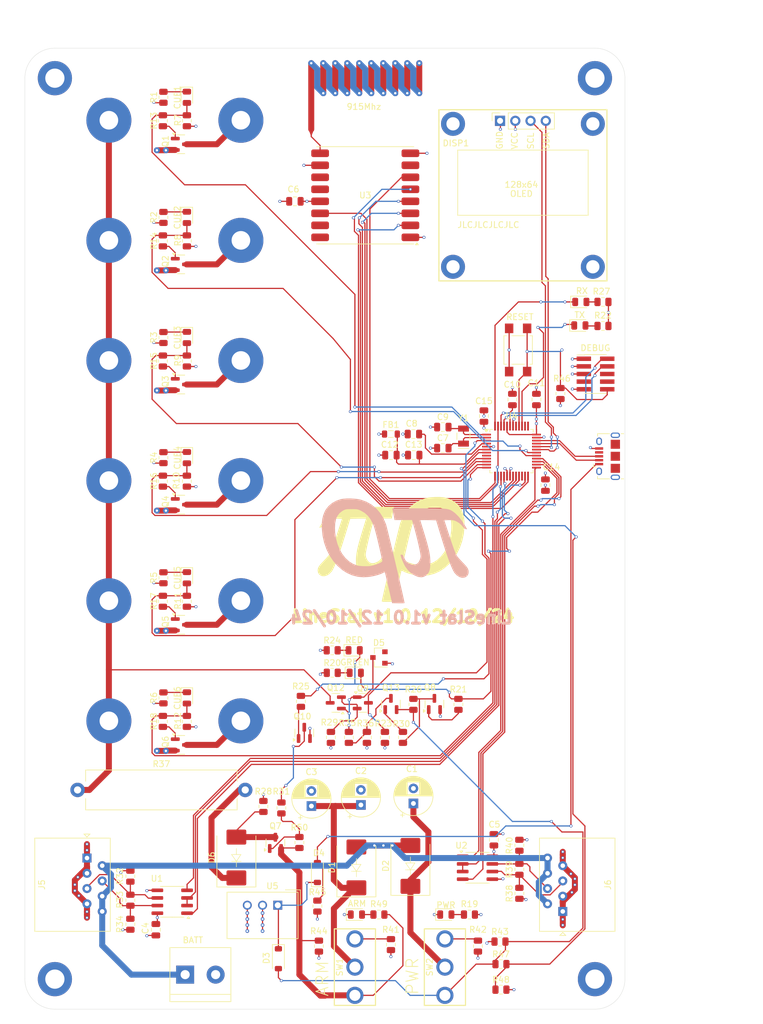
<source format=kicad_pcb>
(kicad_pcb (version 20240108) (generator "pcbnew") (generator_version "8.0")
  (layers (0 "F.Cu" signal) (1 "In1.Cu" power) (2 "In2.Cu" power) (31 "B.Cu" signal) (34 "B.Paste" user) (35 "F.Paste" user) (36 "B.SilkS" user "B.Silkscreen") (37 "F.SilkS" user "F.Silkscreen") (38 "B.Mask" user) (39 "F.Mask" user) (44 "Edge.Cuts" user))
  (net 0 "")
  (net 1 "/ANT")
  (net 2 "+3V3")
  (net 3 "GND")
  (net 4 "Net-(D1-K)")
  (net 5 "Net-(D2-K)")
  (net 6 "/XTAL2")
  (net 7 "/AREF")
  (net 8 "/XTAL1")
  (net 9 "/VDDCORE")
  (net 10 "/L1")
  (net 11 "/L2")
  (net 12 "/L3")
  (net 13 "/L4")
  (net 14 "/L5")
  (net 15 "/L6")
  (net 16 "/ECOMMON")
  (net 17 "+BAT")
  (net 18 "/VIN")
  (net 19 "+18V")
  (net 20 "/VBUS")
  (net 21 "/SCL")
  (net 22 "/SDA")
  (net 24 "/SWDIO")
  (net 25 "/SWCLK")
  (net 28 "/~{RESET}")
  (net 29 "/COMM_B1")
  (net 30 "/COMM_A1")
  (net 31 "/COMM_B2")
  (net 32 "/COMM_A2")
  (net 33 "/USB_D-")
  (net 34 "/USB_D+")
  (net 37 "Net-(LED1-K)")
  (net 38 "/D6_CUE1")
  (net 39 "Net-(LED2-K)")
  (net 40 "/D7_CUE2")
  (net 41 "Net-(LED3-K)")
  (net 42 "/D8_CUE3")
  (net 43 "/D17_CUE4")
  (net 44 "Net-(LED4-K)")
  (net 45 "/D18_CUE5")
  (net 46 "Net-(LED5-K)")
  (net 47 "Net-(LED6-K)")
  (net 48 "/D19_CUE6")
  (net 49 "Net-(LED7-A)")
  (net 50 "/D13_CONT_CHECK")
  (net 51 "Net-(LED8-K)")
  (net 52 "/TXLED")
  (net 53 "Net-(LED9-A)")
  (net 54 "/D9_FIRE_ENA")
  (net 55 "Net-(LED10-K)")
  (net 56 "Net-(LED11-A)")
  (net 57 "/RXLED")
  (net 58 "Net-(Q1-G)")
  (net 59 "Net-(Q2-G)")
  (net 60 "Net-(Q3-G)")
  (net 61 "Net-(Q4-G)")
  (net 62 "Net-(Q5-G)")
  (net 63 "Net-(Q6-G)")
  (net 64 "Net-(D6-K)")
  (net 65 "Net-(D6-A)")
  (net 66 "/V_ARM")
  (net 67 "Net-(Q8-C)")
  (net 68 "Net-(Q8-B)")
  (net 69 "Net-(D5-K)")
  (net 70 "/A0_CONT_SENSE")
  (net 71 "Net-(Q12-S)")
  (net 72 "Net-(Q10-C)")
  (net 73 "Net-(Q10-B)")
  (net 74 "Net-(Q7-G)")
  (net 75 "Net-(Q13-B)")
  (net 76 "Net-(Q13-C)")
  (net 77 "Net-(SW1-C)")
  (net 78 "Net-(SW2-C)")
  (net 79 "/A1_BAT_SENSE")
  (net 80 "/D1_TX1")
  (net 81 "/D2_TXEN1")
  (net 82 "/D0_RX1")
  (net 83 "/D10_TX2")
  (net 84 "/D12_TXEN2")
  (net 85 "/D11_RX2")
  (net 86 "/DIO2")
  (net 87 "/SCK")
  (net 88 "/MOSI")
  (net 89 "/D3_RADIO_IRQ")
  (net 90 "/D4_RADIO_RST")
  (net 91 "/MISO")
  (net 92 "/D5_RADIO_CS")
  (net 93 "/DIO1")
  (net 94 "/DIO5")
  (net 95 "/DIO4")
  (net 96 "/DIO3")
  (net 97 "/D30_EDBG_TX")
  (net 98 "/USBHOSTEN")
  (net 99 "/D39")
  (net 100 "/A2")
  (net 101 "/D31_EDBG_RX")
  (net 108 "Net-(LED12-A)")
  (net 109 "/VDDANA")
  (footprint "Capacitor_SMD:C_0805_2012Metric" (layer "F.Cu") (at 94.8 97.75 180)
    (property "Reference" "C13")
    (property "Value" "100n")
  )
  (footprint "Resistor_SMD:R_0805_2012Metric" (layer "F.Cu") (at 126.3375 72.25 180)
    (property "Reference" "R27")
    (property "Value" "470R")
  )
  (footprint "Resistor_SMD:R_0805_2012Metric" (layer "F.Cu") (at 109.3375 182.5)
    (property "Reference" "R47")
    (property "Value" "1M")
  )
  (footprint "MyLib:PyroClipBlack" (layer "F.Cu") (at 66 62)
    (property "Reference" "CLIP2" (hide yes))
    (property "Value" "PyroClip" (hide yes))
  )
  (footprint "LED_SMD:LED_0805_2012Metric" (layer "F.Cu") (at 57 98.175 -90)
    (property "Reference" "LED4" (hide yes))
    (property "Value" "RED" (hide yes))
  )
  (footprint "Package_TO_SOT_SMD:SOT-23" (layer "F.Cu") (at 76.5625 144 90)
    (property "Reference" "Q10")
    (property "Value" "MMBT3904L")
  )
  (footprint "Converter_DCDC:Converter_DCDC_TRACO_TSR1-xxxxE_THT" (layer "F.Cu") (at 72.1475 172.6925 -90)
    (property "Reference" "U5")
    (property "Value" "TSR1-2433E")
  )
  (footprint "MyLib:RJ45_SS-700810-NF" (layer "F.Cu") (at 119.64 173.73 90)
    (property "Reference" "J6")
    (property "Value" "RJ45")
  )
  (footprint "MyLib:USB_Micro-B_Amphenol_10118194_Horizontal" (layer "F.Cu") (at 127.1 97.95 90)
    (property "Reference" "J7" (hide yes))
    (property "Value" "USB_B_Micro")
  )
  (footprint "MyLib:PyroClipBlack" (layer "F.Cu") (at 66 122)
    (property "Reference" "CLIP5" (hide yes))
    (property "Value" "PyroClip" (hide yes))
  )
  (footprint "Resistor_SMD:R_0805_2012Metric" (layer "F.Cu") (at 109.3375 186.75)
    (property "Reference" "R48")
    (property "Value" "100K")
  )
  (footprint "Capacitor_THT:CP_Radial_D6.3mm_P2.50mm" (layer "F.Cu") (at 77.75 156.18238 90)
    (property "Reference" "C3")
    (property "Value" "100u" (hide yes))
  )
  (footprint "LED_SMD:LED_0805_2012Metric" (layer "F.Cu") (at 100.15 174.25)
    (property "Reference" "LED7" (hide yes))
    (property "Value" "GREEN" (hide yes))
  )
  (footprint "Capacitor_SMD:C_0805_2012Metric" (layer "F.Cu") (at 115.25 88.5 90)
    (property "Reference" "C11")
    (property "Value" "100n")
  )
  (footprint "MyLib:PyroClipRed" (layer "F.Cu") (at 44 142)
    (property "Reference" "CLIP12" (hide yes))
    (property "Value" "PyroClip" (hide yes))
  )
  (footprint "Capacitor_SMD:C_0805_2012Metric" (layer "F.Cu") (at 94.75 94.25 180)
    (property "Reference" "C8")
    (property "Value" "1u")
  )
  (footprint "MyLib:PyroClipBlack" (layer "F.Cu") (at 66 42)
    (property "Reference" "CLIP1" (hide yes))
    (property "Value" "PyroClip" (hide yes))
  )
  (footprint "Package_TO_SOT_SMD:SOT-23" (layer "F.Cu") (at 56 126)
    (property "Reference" "Q5")
    (property "Value" "DMG3402" (hide yes))
  )
  (footprint "Package_TO_SOT_SMD:SOT-23" (layer "F.Cu") (at 56 86)
    (property "Reference" "Q3")
    (property "Value" "DMG3402" (hide yes))
  )
  (footprint "Package_TO_SOT_SMD:SOT-23" (layer "F.Cu") (at 56 106)
    (property "Reference" "Q4")
    (property "Value" "DMG3402" (hide yes))
  )
  (footprint "LED_SMD:LED_0805_2012Metric" (layer "F.Cu") (at 57 38.175 -90)
    (property "Reference" "LED1" (hide yes))
    (property "Value" "RED" (hide yes))
  )
  (footprint "LED_SMD:LED_0805_2012Metric" (layer "F.Cu") (at 122.4875 76.17)
    (property "Reference" "LED9" (hide yes))
    (property "Value" "YELLOW" (hide yes))
  )
  (footprint "MyLib:PyroClipBlack" (layer "F.Cu") (at 66 142)
    (property "Reference" "CLIP6" (hide yes))
    (property "Value" "PyroClip" (hide yes))
  )
  (footprint "Capacitor_SMD:C_0805_2012Metric" (layer "F.Cu") (at 111.25 88.5 90)
    (property "Reference" "C10")
    (property "Value" "1u")
  )
  (footprint "Resistor_SMD:R_0805_2012Metric" (layer "F.Cu") (at 57 122.0875 90)
    (property "Reference" "R11")
    (property "Value" "10K" (hide yes))
  )
  (footprint "MyLib:PyroClipBlack" (layer "F.Cu") (at 66 82)
    (property "Reference" "CLIP3" (hide yes))
    (property "Value" "PyroClip" (hide yes))
  )
  (footprint "Package_TO_SOT_SMD:SOT-23" (layer "F.Cu") (at 86.3125 139)
    (property "Reference" "Q9")
    (property "Value" "DMN6075S")
  )
  (footprint "Resistor_SMD:R_0805_2012Metric" (layer "F.Cu") (at 126.3375 76.25 180)
    (property "Reference" "R22")
    (property "Value" "470R" (hide yes))
  )
  (footprint "Resistor_SMD:R_0805_2012Metric" (layer "F.Cu") (at 57 82.0875 90)
    (property "Reference" "R9")
    (property "Value" "10K" (hide yes))
  )
  (footprint "MyLib:D_SOT-23_ANK" (layer "F.Cu") (at 89 131.45 180)
    (property "Reference" "D5")
    (property "Value" "15V")
  )
  (footprint "Diode_SMD:D_SOD-123" (layer "F.Cu") (at 78.75 167.25 90)
    (property "Reference" "D4")
    (property "Value" "SD103CW" (hide yes))
  )
  (footprint "Resistor_SMD:R_0805_2012Metric" (layer "F.Cu") (at 53.0875 138.175 90)
    (property "Reference" "R6")
    (property "Value" "1K" (hide yes))
  )
  (footprint "Resistor_SMD:R_0805_2012Metric" (layer "F.Cu") (at 47.58 175.86 -90)
    (property "Reference" "R34")
    (property "Value" "604R")
  )
  (footprint "Capacitor_SMD:C_0805_2012Metric" (layer "F.Cu") (at 99.65 93.0875)
    (property "Reference" "C9")
    (property "Value" "18p")
  )
  (footprint "Capacitor_SMD:C_0805_2012Metric" (layer "F.Cu") (at 91 97.75 180)
    (property "Reference" "C12")
    (property "Value" "4u7")
  )
  (footprint "MyLib:spdt_100SP1T1B2M2QE" (layer "F.Cu") (at 85 183 90)
    (property "Reference" "SW1")
    (property "Value" "SPDT" (hide yes))
  )
  (footprint "Capacitor_THT:CP_Radial_D6.3mm_P2.50mm" (layer "F.Cu") (at 86 156 90)
    (property "Reference" "C2")
    (property "Value" "100u" (hide yes))
  )
  (footprint "Resistor_SMD:R_0805_2012Metric" (layer "F.Cu") (at 53.0875 98.175 90)
    (property "Reference" "R4")
    (property "Value" "1K" (hide yes))
  )
  (footprint "MyLib:PyroClipRed" (layer "F.Cu") (at 44 62)
    (property "Reference" "CLIP8" (hide yes))
    (property "Value" "PyroClip" (hide yes))
  )
  (footprint "Resistor_SMD:R_0805_2012Metric" (layer "F.Cu") (at 53 142.0875 -90)
    (property "Reference" "R18")
    (property "Value" "3K" (hide yes))
  )
  (footprint "Resistor_SMD:R_0805_2012Metric" (layer "F.Cu") (at 69.75 156.25 -90)
    (property "Reference" "R28")
    (property "Value" "1M")
  )
  (footprint "Resistor_SMD:R_0805_2012Metric" (layer "F.Cu") (at 84 144.75 -90)
    (property "Reference" "R35")
    (property "Value" "5K1")
  )
  (footprint "Resistor_SMD:R_0805_2012Metric" (layer "F.Cu") (at 76 138.75 -90)
    (property "Reference" "R25")
    (property "Value" "2K")
  )
  (footprint "Resistor_SMD:R_0805_2012Metric" (layer "F.Cu") (at 81.225 134)
    (property "Reference" "R20")
    (property "Value" "470R")
  )
  (footprint "Inductor_SMD:L_0805_2012Metric" (layer "F.Cu") (at 91 94.25)
    (property "Reference" "FB1")
    (property "Value" "1k5")
  )
  (footprint "Resistor_SMD:R_0805_2012Metric" (layer "F.Cu") (at 112.41 162.71 90)
    (property "Reference" "R40")
    (property "Value" "604R")
  )
  (footprint "MyLib:TerminalBlock_1x02_P5.08mm" (layer "F.Cu") (at 56.71 184.25)
    (property "Reference" "J8")
    (property "Value" "BATT")
  )
  (footprint "Resistor_SMD:R_0805_2012Metric" (layer "F.Cu") (at 57 62.0875 90)
    (property "Reference" "R8")
    (property "Value" "10K" (hide yes))
  )
  (footprint "Package_TO_SOT_SMD:SOT-23" (layer "F.Cu") (at 81.8125 139 180)
    (property "Reference" "Q12")
    (property "Value" "DMN6075S")
  )
  (footprint "Resistor_SMD:R_0805_2012Metric" (layer "F.Cu") (at 94.75 139.25 -90)
    (property "Reference" "R26")
    (property "Value" "5K1")
  )
  (footprint "LED_SMD:LED_0805_2012Metric" (layer "F.Cu") (at 57 118.175 -90)
    (property "Reference" "LED5" (hide yes))
    (property "Value" "RED" (hide yes))
  )
  (footprint "Resistor_SMD:R_0805_2012Metric" (layer "F.Cu") (at 72.75 156.5 -90)
    (property "Reference" "R31")
    (property "Value" "5K1")
  )
  (footprint "MyLib:PyroClipRed" (layer "F.Cu") (at 44 102)
    (property "Reference" "CLIP10" (hide yes))
    (property "Value" "PyroClip" (hide yes))
  )
  (footprint "Resistor_SMD:R_0805_2012Metric" (layer "F.Cu") (at 53 122.0875 -90)
    (property "Reference" "R17")
    (property "Value" "3K" (hide yes))
  )
  (footprint "MyLib:CortexDebugSMD" (layer "F.Cu") (at 125.1 84.25)
    (property "Reference" "J4" (hide yes))
    (property "Value" "DEBUG")
  )
  (footprint "Resistor_SMD:R_0805_2012Metric" (layer "F.Cu") (at 93 144.75 -90)
    (property "Reference" "R30")
    (property "Value" "5K1")
  )
  (footprint "Resistor_SMD:R_0805_2012Metric" (layer "F.Cu") (at 53 102.0875 -90)
    (property "Reference" "R16")
    (property "Value" "3K" (hide yes))
  )
  (footprint "Resistor_SMD:R_0805_2012Metric" (layer "F.Cu") (at 109.175 178.75)
    (property "Reference" "R43")
    (property "Value" "1M")
  )
  (footprint "MyLib:RFM95CW" (layer "F.Cu") (at 86.725 54.5 180)
    (property "Reference" "U3")
    (property "Value" "RFM95W-915S2")
  )
  (footprint "Capacitor_SMD:C_0805_2012Metric" (layer "F.Cu") (at 51.83 176.7725 -90)
    (property "Reference" "C4")
    (property "Value" "100n")
  )
  (footprint "Resistor_SMD:R_0805_2012Metric" (layer "F.Cu") (at 81 144.75 90)
    (property "Reference" "R29")
    (property "Value" "1M")
  )
  (footprint "Package_TO_SOT_SMD:SOT-23" (layer "F.Cu") (at 71.75 162.3125 90)
    (property "Reference" "Q7")
    (property "Value" "DMP3099L")
  )
  (footprint "Capacitor_SMD:C_0805_2012Metric" (layer "F.Cu") (at 99.65 96.5875)
    (property "Reference" "C7")
    (property "Value" "18p")
  )
  (footprint "Resistor_SMD:R_0805_2012Metric" (layer "F.Cu") (at 53.0875 118.175 90)
    (property "Reference" "R5")
    (property "Value" "1K" (hide yes))
  )
  (footprint "MyLib:PyroClipBlack" (layer "F.Cu") (at 66 102)
    (property "Reference" "CLIP4" (hide yes))
    (property "Value" "PyroClip" (hide yes))
  )
  (footprint "Resistor_SMD:R_0805_2012Metric" (layer "F.Cu") (at 57 42.0875 90)
    (property "Reference" "R7")
    (property "Value" "10K" (hide yes))
  )
  (footprint "MyLib:pirho" (layer "F.Cu") (at 101.25 109.75)
    (property "Reference" "LOGO2" (hide yes))
    (property "Value" "LOGO" (hide yes))
  )
  (footprint "Resistor_SMD:R_0805_2012Metric" (layer "F.Cu") (at 112.41 166.71 90)
    (property "Reference" "R39")
    (property "Value" "110R")
  )
  (footprint "Package_SO:SOIC-8_3.9x4.9mm_P1.27mm" (layer "F.Cu") (at 105.435 166.4525)
    (property "Reference" "U2")
    (property "Value" "THVD1400D")
  )
  (footprint "Resistor_SMD:R_0805_2012Metric" (layer "F.Cu") (at 53.0875 78.175 90)
    (property "Reference" "R3")
    (property "Value" "1K" (hide yes))
  )
  (footprint "Resistor_SMD:R_0805_2012Metric" (layer "F.Cu") (at 53 82.0875 -90)
    (property "Reference" "R15")
    (property "Value" "3K" (hide yes))
  )
  (footprint "LED_SMD:LED_0805_2012Metric" (layer "F.Cu") (at 84.875 130.25)
    (property "Reference" "LED10" (hide yes))
    (property "Value" "RED")
  )
  (footprint "MountingHole:MountingHole_3.2mm_M3_ISO7380_Pad" (layer "F.Cu") (at 125 35)
    (property "Reference" "H2" (hide yes))
    (property "Value" "MountingHole")
  )
  (footprint "Resistor_SMD:R_0805_2012Metric" (layer "F.Cu") (at 53 42.0875 -90)
    (property "Reference" "R13")
    (property "Value" "3K" (hide yes))
  )
  (footprint "MyLib:OLED_0.9in_i2c_weewooday" (layer "F.Cu") (at 113 54.5)
    (property "Reference" "DISP1")
    (property "Value" "OLED_0.9in_i2c")
  )
  (footprint "Capacitor_THT:CP_Radial_D6.3mm_P2.50mm" (layer "F.Cu") (at 94.75 155.75 90)
    (property "Reference" "C1")
    (property "Value" "100u" (hide yes))
  )
  (footprint "Resistor_SMD:R_0805_2012Metric" (layer "F.Cu") (at 105.5 179.5 90)
    (property "Reference" "R42")
    (property "Value" "51K" (hide yes))
  )
  (footprint "Package_TO_SOT_SMD:SOT-23" (layer "F.Cu") (at 91 139.1875 90)
    (property "Reference" "Q13")
    (property "Value" "MMBT3906")
  )
  (footprint "MyLib:spdt_100SP1T1B2M2QE" (layer "F.Cu") (at 100 183 90)
    (property "Reference" "SW2")
    (property "Value" "SPDT" (hide yes))
  )
  (footprint "Resistor_SMD:R_0805_2012Metric" (layer "F.Cu") (at 119.25 87.5 -90)
    (property "Reference" "R46")
    (property "Value" "10K")
  )
  (footprint "MyLib:TQFP-48_7x7mm_P0.5mm" (layer "F.Cu") (at 111.1 97.0875)
    (property "Reference" "U4")
    (property "Value" "ATSAMD21G18A-A")
  )
  (footprint "Capacitor_SMD:C_0805_2012Metric" (layer "F.Cu") (at 106.5 91.25 90)
    (property "Reference" "C15")
    (property "Value" "100n")
  )
  (footprint "MountingHole:MountingHole_3.2mm_M3_ISO7380_Pad" (layer "F.Cu") (at 35 35)
    (property "Reference" "H1" (hide yes))
    (property "Value" "MountingHole")
  )
  (footprint "LED_SMD:LED_0805_2012Metric" (layer "F.Cu") (at 57 78.175 -90)
    (property "Reference" "LED3" (hide yes))
    (property "Value" "RED" (hide yes))
  )
  (footprint "Resistor_SMD:R_0805_2012Metric" (layer "F.Cu") (at 47.58 167.86 -90)
    (property "Reference" "R32")
    (property "Value" "604R")
  )
  (footprint "Resistor_SMD:R_0805_2012Metric" (layer "F.Cu") (at 91 179.25 90)
    (property "Reference" "R41")
    (property "Value" "51K" (hide yes))
  )
  (footprint "LED_SMD:LED_0805_2012Metric" (layer "F.Cu") (at 57 138.175 -90)
    (property "Reference" "LED6" (hide yes))
    (property "Value" "RED" (hide yes))
  )
  (footprint "MountingHole:MountingHole_3.2mm_M3_ISO7380_Pad" (layer "F.Cu") (at 35 185)
    (property "Reference" "H3" (hide yes))
    (property "Value" "MountingHole")
  )
  (footprint "Resistor_SMD:R_0805_2012Metric" (layer "F.Cu") (at 90 144.75 -90)
    (property "Reference" "R23")
    (property "Value" "100R 1%")
  )
  (footprint "Resistor_SMD:R_0805_2012Metric" (layer "F.Cu") (at 102.25 139.25 90)
    (property "Reference" "R21")
    (property "Value" "5K1")
  )
  (footprint "Capacitor_SMD:C_0805_2012Metric" (layer "F.Cu") (at 75 55.5 180)
    (property "Reference" "C6")
    (property "Value" "10u")
  )
  (footprint "Diode_SMD:D_SOD-123" (layer "F.Cu") (at 72.25 181.6 -90)
    (property "Reference" "D3")
    (property "Value" "SD103CW" (hide yes))
  )
  (footprint "LED_SMD:LED_0805_2012Metric" (layer "F.Cu") (at 57 58.175 -90)
    (property "Reference" "LED2" (hide yes))
    (property "Value" "RED" (hide yes))
  )
  (footprint "Resistor_SMD:R_0805_2012Metric" (layer "F.Cu") (at 53 62.0875 -90)
    (property "Reference" "R14")
    (property "Value" "3K" (hide yes))
  )
  (footprint "MyLib:D_SMC" (layer "F.Cu") (at 94.25 166.15 90)
    (property "Reference" "D2")
    (property "Value" "S3A")
  )
  (footprint "MyLib:TL3305B_SPST_PushButton" (layer "F.Cu") (at 112.2 80.25 90)
    (property "Reference" "SW3")
    (property "Value" "RESET")
  )
  (footprint "MyLib:D_SMC" (layer "F.Cu") (at 65.25 164.75 90)
    (property "Reference" "D6")
    (property "Value" "S3A")
  )
  (footprint "Resistor_SMD:R_0805_2012Metric" (layer "F.Cu") (at 112.41 170.71 90)
    (property "Reference" "R38")
    (property "Value" "604R")
  )
  (footprint "MyLib:PyroClipRed" (layer "F.Cu") (at 44 122)
    (property "Reference" "CLIP11" (hide yes))
    (property "Value" "PyroClip" (hide yes))
  )
  (footprint "MountingHole:MountingHole_3.2mm_M3_ISO7380_Pad" (layer "F.Cu") (at 125 185)
    (property "Reference" "H4" (hide yes))
    (property "Value" "MountingHole")
  )
  (footprint "LED_SMD:LED_0805_2012Metric" (layer "F.Cu") (at 85.0625 134)
    (property "Reference" "LED8" (hide yes))
    (property "Value" "GREEN")
  )
  (footprint "Resistor_SMD:R_0805_2012Metric" (layer "F.Cu") (at 104.0875 174.25 180)
    (property "Reference" "R19")
    (property "Value" "470R")
  )
  (footprint "MyLib:RJ45_SS-700810-NF" (layer "F.Cu") (at 40.35 164.84 -90)
    (property "Reference" "J5")
    (property "Value" "RJ45")
  )
  (footprint "Resistor_SMD:R_0805_2012Metric" (layer "F.Cu") (at 57 142.0875 90)
    (property "Reference" "R12")
    (property "Value" "10K" (hide yes))
  )
  (footprint "Package_TO_SOT_SMD:SOT-23" (layer "F.Cu") (at 56 46)
    (property "Reference" "Q1")
    (property "Value" "DMG3402" (hide yes))
  )
  (footprint "Resistor_SMD:R_0805_2012Metric" (layer "F.Cu") (at 89 174.25 180)
    (property "Reference" "R49")
    (property "Value" "15K")
  )
  (footprint "Resistor_SMD:R_0805_2012Metric" (layer "F.Cu") (at 53.0875 38.175 90)
    (property "Reference" "R1")
    (property "Value" "1K" (hide yes))
  )
  (footprint "MyLib:PyroClipRed" (layer "F.Cu") (at 44 42)
    (property "Reference" "CLIP7" (hide yes))
    (property "Value" "PyroClip" (hide yes))
  )
  (footprint "MyLib:D_SMC" (layer "F.Cu") (at 85.25 166.4 90)
    (property "Reference" "D1")
    (property "Value" "S3A")
  )
  (footprint "Capacitor_SMD:C_0805_2012Metric" (layer "F.Cu") (at 108.16 161.7975 90)
    (property "Reference" "C5")
    (property "Value" "100n")
  )
  (footprint "Package_TO_SOT_SMD:SOT-23" (layer "F.Cu") (at 98.25 139.1875 90)
    (property "Reference" "Q8")
    (property "Value" "MMBT3904L")
  )
  (footprint "Package_TO_SOT_SMD:SOT-23" (layer "F.Cu") (at 56 66)
    (property "Reference" "Q2")
    (property "Value" "DMG3402" (hide yes))
  )
  (footprint "Resistor_SMD:R_0805_2012Metric" (layer "F.Cu") (at 47.58 171.86 -90)
    (property "Reference" "R33")
    (property "Value" "110R")
  )
  (footprint "Package_SO:SOIC-8_3.9x4.9mm_P1.27mm" (layer "F.Cu") (at 54.555 172.1175 180)
    (property "Reference" "U1")
    (property "Value" "THVD1400D")
  )
  (footprint "Resistor_SMD:R_0805_2012Metric" (layer "F.Cu") (at 53.0875 58.175 90)
    (property "Reference" "R2")
    (property "Value" "1K" (hide yes))
  )
  (footprint "Resistor_SMD:R_0805_2012Metric" (layer "F.Cu") (at 78.75 172.8375 90)
    (property "Reference" "R45")
    (property "Value" "100K")
  )
  (footprint "RF_Antenna:Texas_SWRA416_868MHz_915MHz" (layer "F.Cu") (at 86.725 38.3)
    (property "Reference" "ANT1")
    (property "Value" "915Mhz")
  )
  (footprint "LED_SMD:LED_0805_2012Metric" (layer "F.Cu") (at 85.25 174.25)
    (property "Reference" "LED12" (hide yes))
    (property "Value" "RED" (hide yes))
  )
  (footprint "Resistor_THT:R_Axial_Power_L25.0mm_W6.4mm_P27.94mm" (layer "F.Cu") (at 38.78 153.5)
    (property "Reference" "R37")
    (property "Value" "2R 5W")
  )
  (footprint "Resistor_SMD:R_0805_2012Metric" (layer "F.Cu") (at 75.75 162.25 -90)
    (property "Reference" "R50")
    (property "Value" "20K")
  )
  (footprint "Resistor_SMD:R_0805_2012Metric" (layer "F.Cu") (at 81.2125 130.25)
    (property "Reference" "R24")
    (property "Value" "1K")
  )
  (footprint "Resistor_SMD:R_0805_2012Metric" (layer "F.Cu") (at 87 144.75 90)
    (property "Reference" "R36")
    (property "Value" "10K")
  )
  (footprint "MyLib:PyroClipRed" (layer "F.Cu") (at 44 82)
    (property "Reference" "CLIP9" (hide yes))
    (property "Value" "PyroClip" (hide yes))
  )
  (footprint "MyLib:Crystal_SMD_G8-2Pin_3.2x1.5mm" (layer "F.Cu") (at 103.1 94.5875 90)
    (property "Reference" "Y1")
    (property "Value" "32.768K-12.5p")
  )
  (footprint "Resistor_SMD:R_0805_2012Metric" (layer "F.Cu") (at 79 179.5 90)
    (property "Reference" "R44")
    (property "Value" "1M")
  )
  (footprint "LED_SMD:LED_0805_2012Metric" (layer "F.Cu") (at 122.65 72.25)
    (property "Reference" "LED11" (hide yes))
    (property "Value" "YELLOW" (hide yes))
  )
  (footprint "Package_TO_SOT_SMD:SOT-23" (layer "F.Cu") (at 56 146)
    (property "Reference" "Q6")
    (property "Value" "DMG3402" (hide yes))
  )
  (footprint "Resistor_SMD:R_0805_2012Metric" (layer "F.Cu") (at 57 102.0875 90)
    (property "Reference" "R10")
    (property "Value" "10K" (hide yes))
  )
  (footprint "Capacitor_SMD:C_0805_2012Metric" (layer "F.Cu") (at 116.75 102.75 -90)
    (property "Reference" "C14")
    (property "Value" "100n")
  )
  (footprint "MyLib:pirho" (layer "B.Cu") (at 81.5 110 180)
    (property "Reference" "LOGO1" (hide yes))
    (property "Value" "LOGO" (hide yes))
  )
  (gr_line (start 125 30) (end 35 30) (stroke (width 0.05)) (layer "Edge.Cuts"))
  (gr_arc (start 125 30) (mid 128.535534 31.464466) (end 130 35) (stroke (width 0.05)) (layer "Edge.Cuts"))
  (gr_arc (start 30 35) (mid 31.464466 31.464466) (end 35 30) (stroke (width 0.05)) (layer "Edge.Cuts"))
  (gr_arc (start 35 190) (mid 31.464466 188.535534) (end 30 185) (stroke (width 0.05)) (layer "Edge.Cuts"))
  (gr_line (start 130 185) (end 130 35) (stroke (width 0.05)) (layer "Edge.Cuts"))
  (gr_arc (start 130 185) (mid 128.535534 188.535534) (end 125 190) (stroke (width 0.05)) (layer "Edge.Cuts"))
  (gr_line (start 35 190) (end 125 190) (stroke (width 0.05)) (layer "Edge.Cuts"))
  (gr_line (start 30 35) (end 30 185) (stroke (width 0.05)) (layer "Edge.Cuts"))
  (gr_text "LineSlat v1.0 12/10/24" (at 111.5 126 0) (layer "B.SilkS") (effects (font (size 2 2) (thickness 0.5) (bold yes)) (justify left bottom mirror)))
  (gr_text "ARM" (at 80.75 188 90) (layer "F.SilkS") (effects (font (size 2 2)) (justify left bottom)))
  (gr_text "RX" (at 121.75 71 0) (layer "F.SilkS") (effects (font (size 1 1)) (justify left bottom)))
  (gr_text "CUE5" (at 56 120.25 90) (layer "F.SilkS") (effects (font (size 1 1)) (justify left bottom)))
  (gr_text "CUE4" (at 56 100.25 90) (layer "F.SilkS") (effects (font (size 1 1)) (justify left bottom)))
  (gr_text "CUE1" (at 56 40.25 90) (layer "F.SilkS") (effects (font (size 1 1)) (justify left bottom)))
  (gr_text "JLCJLCJLCJLC" (at 102 60 0) (layer "F.SilkS") (effects (font (size 1 1)) (justify left bottom)))
  (gr_text "CUE3" (at 56 80.25 90) (layer "F.SilkS") (effects (font (size 1 1)) (justify left bottom)))
  (gr_text "PWR" (at 98.5 173.25 0) (layer "F.SilkS") (effects (font (size 1 1)) (justify left bottom)))
  (gr_text "TX" (at 121.5 75 0) (layer "F.SilkS") (effects (font (size 1 1)) (justify left bottom)))
  (gr_text "ARM" (at 83.75 173 0) (layer "F.SilkS") (effects (font (size 1 1)) (justify left bottom)))
  (gr_text "DEBUG" (at 122.5 80.5 0) (layer "F.SilkS") (effects (font (size 1 1)) (justify left bottom)))
  (gr_text "LineSlat v1.0 12/10/24" (at 74.25 125.75 0) (layer "F.SilkS") (effects (font (size 2 2) (thickness 0.5) (bold yes)) (justify left bottom)))
  (gr_text "PWR" (at 95.75 187.75 90) (layer "F.SilkS") (effects (font (size 2 2)) (justify left bottom)))
  (gr_text "CUE2" (at 56 60.25 90) (layer "F.SilkS") (effects (font (size 1 1)) (justify left bottom)))
  (gr_text "CUE6" (at 56 140.25 90) (layer "F.SilkS") (effects (font (size 1 1)) (justify left bottom)))
  (segment (start 79.2 46.2) (end 77.725 44.725) (width 0.2) (layer "F.Cu") (net 1))
  (segment (start 79.2 47.5) (end 79.2 46.2) (width 0.2) (layer "F.Cu") (net 1))
  (segment (start 77.725 44.725) (end 77.725 44.3) (width 0.2) (layer "F.Cu") (net 1))
  (segment (start 119.25 88.4125) (end 119.25 89.5) (width 0.2) (layer "F.Cu") (net 2))
  (segment (start 113.3725 171.6225) (end 113.5 171.75) (width 0.2) (layer "F.Cu") (net 2))
  (segment (start 127.25 72.25) (end 127.25 74) (width 0.2) (layer "F.Cu") (net 2))
  (segment (start 110.35 100.35) (end 110 100) (width 0.2) (layer "F.Cu") (net 2))
  (segment (start 111.73 42.1) (end 111.73 43.48) (width 0.2) (layer "F.Cu") (net 2))
  (segment (start 105 174.25) (end 106 174.25) (width 0.2) (layer "F.Cu") (net 2))
  (segment (start 77 55.5) (end 79.2 55.5) (width 0.2) (layer "F.Cu") (net 2))
  (segment (start 115.25 89.45) (end 115.25 93.5) (width 0.2) (layer "F.Cu") (net 2))
  (segment (start 121.29 81.71) (end 121.25 81.75) (width 0.2) (layer "F.Cu") (net 2))
  (segment (start 110.35 101.25) (end 110.35 100.35) (width 0.2) (layer "F.Cu") (net 2))
  (segment (start 89.9375 94.25) (end 89 94.25) (width 0.2) (layer "F.Cu") (net 2))
  (segment (start 116.75 101.8) (end 116.75 100.75) (width 0.2) (layer "F.Cu") (net 2))
  (segment (start 108.16 162.7475) (end 108.16 163.75) (width 0.2) (layer "F.Cu") (net 2))
  (segment (start 123.15 81.71) (end 121.29 81.71) (width 0.2) (layer "F.Cu") (net 2))
  (segment (start 67.0675 174.25) (end 67.0675 176.75) (width 0.2) (layer "F.Cu") (net 2))
  (segment (start 47.58 166.9475) (end 46.3025 166.9475) (width 0.2) (layer "F.Cu") (net 2))
  (segment (start 52.08 174.75) (end 52.08 175.5725) (width 0.2) (layer "F.Cu") (net 2))
  (segment (start 106.5 92.2) (end 106.5 93.25) (width 0.2) (layer "F.Cu") (net 2))
  (segment (start 111.73 43.48) (end 111.75 43.5) (width 0.2) (layer "F.Cu") (net 2))
  (segment (start 75.95 55.5) (end 77 55.5) (width 0.2) (layer "F.Cu") (net 2))
  (segment (start 110.35 93.936029) (end 110.751472 94.3375) (width 0.2) (layer "F.Cu") (net 2))
  (segment (start 90 145.6625) (end 90 146.5) (width 0.2) (layer "F.Cu") (net 2))
  (segment (start 127.25 76.25) (end 127.25 74) (width 0.2) (layer "F.Cu") (net 2))
  (segment (start 108.16 163.75) (end 108.16 164.2975) (width 0.2) (layer "F.Cu") (net 2))
  (segment (start 46.3025 166.9475) (end 46 167.25) (width 0.2) (layer "F.Cu") (net 2))
  (segment (start 52.08 174.0225) (end 52.08 174.75) (width 0.2) (layer "F.Cu") (net 2))
  (segment (start 67.0675 172.6925) (end 67.0675 174.25) (width 0.2) (layer "F.Cu") (net 2))
  (segment (start 110.35 92.925) (end 110.35 93.936029) (width 0.2) (layer "F.Cu") (net 2))
  (segment (start 108.16 164.2975) (end 107.91 164.5475) (width 0.2) (layer "F.Cu") (net 2))
  (segment (start 112.41 171.6225) (end 113.3725 171.6225) (width 0.2) (layer "F.Cu") (net 2))
  (segment (start 110.751472 94.3375) (end 115.2625 94.3375) (width 0.2) (layer "F.Cu") (net 2))
  (segment (start 115.2625 93.5125) (end 115.2625 94.3375) (width 0.2) (layer "F.Cu") (net 2))
  (segment (start 115.25 93.5) (end 115.2625 93.5125) (width 0.2) (layer "F.Cu") (net 2))
  (via (at 113.5 171.75) (size 0.5) (drill 0.3) (layers "F.Cu" "B.Cu") (net 2))
  (via (at 67.0675 177) (size 0.6) (drill 0.3) (layers "F.Cu" "B.Cu") (net 2))
  (via (at 110 100) (size 0.5) (drill 0.3) (layers "F.Cu" "B.Cu") (net 2))
  (via (at 67.0675 175) (size 0.6) (drill 0.3) (layers "F.Cu" "B.Cu") (net 2))
  (via (at 119.25 89.5) (size 0.5) (drill 0.3) (layers "F.Cu" "B.Cu") (net 2))
  (via (at 90 146.5) (size 0.5) (drill 0.3) (layers "F.Cu" "B.Cu") (net 2))
  (via (at 115.25 92.5) (size 0.5) (drill 0.3) (layers "F.Cu" "B.Cu") (net 2))
  (via (at 108.16 163.75) (size 0.5) (drill 0.3) (layers "F.Cu" "B.Cu") (net 2))
  (via (at 67.0675 176) (size 0.6) (drill 0.3) (layers "F.Cu" "B.Cu") (net 2))
  (via (at 77 55.5) (size 0.5) (drill 0.3) (layers "F.Cu" "B.Cu") (net 2))
  (via (at 106.5 93.25) (size 0.5) (drill 0.3) (layers "F.Cu" "B.Cu") (net 2))
  (via (at 115.25 91.75) (size 0.5) (drill 0.3) (layers "F.Cu" "B.Cu") (net 2))
  (via (at 116.75 100.75) (size 0.5) (drill 0.3) (layers "F.Cu" "B.Cu") (net 2))
  (via (at 111.75 43.5) (size 0.5) (drill 0.3) (layers "F.Cu" "B.Cu") (net 2))
  (via (at 127.25 74) (size 0.5) (drill 0.3) (layers "F.Cu" "B.Cu") (net 2))
  (via (at 89 94.25) (size 0.5) (drill 0.3) (layers "F.Cu" "B.Cu") (net 2))
  (via (at 67.0675 174) (size 0.6) (drill 0.3) (layers "F.Cu" "B.Cu") (net 2))
  (via (at 106 174.25) (size 0.5) (drill 0.3) (layers "F.Cu" "B.Cu") (net 2))
  (via (at 121.25 81.75) (size 0.5) (drill 0.3) (layers "F.Cu" "B.Cu") (net 2))
  (via (at 46 167.25) (size 0.5) (drill 0.3) (layers "F.Cu" "B.Cu") (net 2))
  (via (at 52.08 174.75) (size 0.5) (drill 0.3) (layers "F.Cu" "B.Cu") (net 2))
  (segment (start 38.33 168.5225) (end 38.83 168.0225) (width 1) (layer "F.Cu") (net 3))
  (segment (start 53.55 46.95) (end 53.5 47) (width 1) (layer "F.Cu") (net 3))
  (segment (start 53.0875 79.0875) (end 51.5875 79.0875) (width 0.2) (layer "F.Cu") (net 3))
  (segment (start 57 83) (end 58.5 83) (width 0.2) (layer "F.Cu") (net 3))
  (segment (start 53.5 67) (end 52 67) (width 1) (layer "F.Cu") (net 3))
  (segment (start 110.25 186.75) (end 111.5 186.75) (width 0.2) (layer "F.Cu") (net 3))
  (segment (start 115.2625 94.8375) (end 116.4125 94.8375) (width 0.2) (layer "F.Cu") (net 3))
  (segment (start 119.64 164.7975) (end 119.64 164.2975) (width 1) (layer "F.Cu") (net 3))
  (segment (start 93.8 94.25) (end 93 94.25) (width 0.2) (layer "F.Cu") (net 3))
  (segment (start 119.64 166.11) (end 119.64 164.7975) (width 1) (layer "F.Cu") (net 3))
  (segment (start 69.6075 174) (end 69.6075 175.25) (width 0.2) (layer "F.Cu") (net 3))
  (segment (start 87 145.6625) (end 87 146.5) (width 0.2) (layer "F.Cu") (net 3))
  (segment (start 39.08 167.7725) (end 40.35 166.5025) (width 1) (layer "F.Cu") (net 3))
  (segment (start 55.0625 86.95) (end 53.55 86.95) (width 1) (layer "F.Cu") (net 3))
  (segment (start 119.64 173.73) (end 119.64 175.0475) (width 1) (layer "F.Cu") (net 3))
  (segment (start 40.35 167.38) (end 40.35 166.2725) (width 1) (layer "F.Cu") (net 3))
  (segment (start 51.83 177.7225) (end 50.38 177.7225) (width 0.2) (layer "F.Cu") (net 3))
  (segment (start 108.2625 178.75) (end 107.25 178.75) (width 0.2) (layer "F.Cu") (net 3))
  (segment (start 55.0625 106.95) (end 53.55 106.95) (width 1) (layer "F.Cu") (net 3))
  (segment (start 109.61 160.8475) (end 109.66 160.7975) (width 0.2) (layer "F.Cu") (net 3))
  (segment (start 119.64 164.2975) (end 119.64 163.7975) (width 1) (layer "F.Cu") (net 3))
  (segment (start 93.85 97.75) (end 93.05 97.75) (width 0.2) (layer "F.Cu") (net 3))
  (segment (start 53.0875 39.0875) (end 51.5875 39.0875) (width 0.2) (layer "F.Cu") (net 3))
  (segment (start 77.5125 144.9375) (end 77.5125 143.2625) (width 0.2) (layer "F.Cu") (net 3))
  (segment (start 91 180.1625) (end 91 181.25) (width 0.2) (layer "F.Cu") (net 3))
  (segment (start 53.5 87) (end 52 87) (width 1) (layer "F.Cu") (net 3))
  (segment (start 40.35 174.2725) (end 40.35 174.7725) (width 1) (layer "F.Cu") (net 3))
  (segment (start 120.91 170.7975) (end 120.5175 171.19) (width 1) (layer "F.Cu") (net 3))
  (segment (start 110.7 80.25) (end 110.7 83.85) (width 0.2) (layer "F.Cu") (net 3))
  (segment (start 80.3125 134) (end 79.5 134) (width 0.2) (layer "F.Cu") (net 3))
  (segment (start 53.0875 99.0875) (end 51.5875 99.0875) (width 0.2) (layer "F.Cu") (net 3))
  (segment (start 57 63) (end 58.5 63) (width 0.2) (layer "F.Cu") (net 3))
  (segment (start 121.66 168.2975) (end 121.66 169.2975) (width 1) (layer "F.Cu") (net 3))
  (segment (start 40.35 166.2725) (end 40.35 164.84) (width 1) (layer "F.Cu") (net 3))
  (segment (start 98.7 96.5875) (end 97.6 96.5875) (width 0.2) (layer "F.Cu") (net 3))
  (segment (start 121.16 170.5475) (end 120.91 170.7975) (width 1) (layer "F.Cu") (net 3))
  (segment (start 51.5875 119.0875) (end 51.5 119) (width 0.2) (layer "F.Cu") (net 3))
  (segment (start 38.83 168.0225) (end 39.08 167.7725) (width 1) (layer "F.Cu") (net 3))
  (segment (start 120.91 170.7975) (end 119.64 172.0675) (width 1) (layer "F.Cu") (net 3))
  (segment (start 80.3 130.25) (end 79.25 130.25) (width 0.2) (layer "F.Cu") (net 3))
  (segment (start 69.75 155.3375) (end 69.75 154.25) (width 0.2) (layer "F.Cu") (net 3))
  (segment (start 51.5875 39.0875) (end 51.5 39) (width 0.2) (layer "F.Cu") (net 3))
  (segment (start 74.05 55.5) (end 72.5 55.5) (width 0.2) (layer "F.Cu") (net 3))
  (segment (start 39.4725 167.38) (end 40.35 167.38) (width 1) (layer "F.Cu") (net 3))
  (segment (start 50.38 177.7225) (end 50.33 177.7725) (width 0.2) (layer "F.Cu") (net 3))
  (segment (start 111.25 87.55) (end 111.25 86.5) (width 0.2) (layer "F.Cu") (net 3))
  (segment (start 110.85 100.15) (end 111 100) (width 0.2) (layer "F.Cu") (net 3))
  (segment (start 51.5875 79.0875) (end 51.5 79) (width 0.2) (layer "F.Cu") (net 3))
  (segment (start 119.64 172.2975) (end 119.64 173.73) (width 1) (layer "F.Cu") (net 3))
  (segment (start 79 180.4125) (end 79 181.5) (width 0.2) (layer "F.Cu") (net 3))
  (segment (start 107.91 168.3575) (end 109.6 168.3575) (width 0.2) (layer "F.Cu") (net 3))
  (segment (start 40.35 166.5025) (end 40.35 166.2725) (width 1) (layer "F.Cu") (net 3))
  (segment (start 69.6075 175.25) (end 69.6075 176.75) (width 0.2) (layer "F.Cu") (net 3))
  (segment (start 90 132.4) (end 91.15 132.4) (width 0.2) (layer "F.Cu") (net 3))
  (segment (start 109.25 43.5) (end 109.25 42.16) (width 0.2) (layer "F.Cu") (net 3))
  (segment (start 57 143) (end 58.5 143) (width 0.2) (layer "F.Cu") (net 3))
  (segment (start 47.58 176.7725) (end 46.33 176.7725) (width 0.2) (layer "F.Cu") (net 3))
  (segment (start 38.33 169.2725) (end 38.33 168.5225) (width 1) (layer "F.Cu") (net 3))
  (segment (start 107.25 178.75) (end 107 179) (width 0.2) (layer "F.Cu") (net 3))
  (segment (start 53.0875 59.0875) (end 51.5875 59.0875) (width 0.2) (layer "F.Cu") (net 3))
  (segment (start 108.16 160.8475) (end 109.61 160.8475) (width 0.2) (layer "F.Cu") (net 3))
  (segment (start 40.35 172.46) (end 40.35 173.7725) (width 1) (layer "F.Cu") (net 3))
  (segment (start 51.5875 99.0875) (end 51.5 99) (width 0.2) (layer "F.Cu") (net 3))
  (segment (start 50.39 170.2125) (end 50.33 170.2725) (width 0.2) (layer "F.Cu") (net 3))
  (segment (start 57 43) (end 58.5 43) (width 0.2) (layer "F.Cu") (net 3))
  (segment (start 39.08 167.7725) (end 39.4725 167.38) (width 1) (layer "F.Cu") (net 3))
  (segment (start 38.33 170.2725) (end 38.33 169.2725) (width 1) (layer "F.Cu") (net 3))
  (segment (start 53.5 147) (end 52 147) (width 1) (layer "F.Cu") (net 3))
  (segment (start 109.6 168.3575) (end 109.66 168.2975) (width 0.2) (layer "F.Cu") (net 3))
  (segment (start 112.41 161.7975) (end 113.66 161.7975) (width 0.2) (layer "F.Cu") (net 3))
  (segment (start 69.6075 172.6925) (end 69.6075 174) (width 0.2) (layer "F.Cu") (net 3))
  (segment (start 40.35 172.46) (end 38.99625 171.10625) (width 1) (layer "F.Cu") (net 3))
  (segment (start 57 123) (end 58.5 123) (width 0.2) (layer "F.Cu") (net 3))
  (segment (start 38.99625 171.10625) (end 38.33 170.44) (width 1) (layer "F.Cu") (net 3))
  (segment (start 106.5 90.3) (end 106.5 91.25) (width 0.2) (layer "F.Cu") (net 3))
  (segment (start 121.66 168.13) (end 121.66 168.2975) (width 1) (layer "F.Cu") (net 3))
  (segment (start 121.29 86.79) (end 121.25 86.75) (width 0.2) (layer "F.Cu") (net 3))
  (segment (start 119.64 166.11) (end 120.99375 167.46375) (width 1) (layer "F.Cu") (net 3))
  (segment (start 120.99375 167.46375) (end 121.66 168.13) (width 1) (layer "F.Cu") (net 3))
  (segment (start 55.0625 126.95) (end 53.55 126.95) (width 1) (layer "F.Cu") (net 3))
  (segment (start 111.35 91.9) (end 111.5 91.75) (width 0.2) (layer "F.Cu") (net 3))
  (segment (start 40.35 173.7725) (end 40.35 174.2725) (width 1) (layer "F.Cu") (net 3))
  (segment (start 40.35 164.84) (end 40.35 163.5225) (width 1) (layer "F.Cu") (net 3))
  (segment (start 53.0875 119.0875) (end 51.5875 119.0875) (width 0.2) (layer "F.Cu") (net 3))
  (segment (start 57 103) (end 58.5 103) (width 0.2) (layer "F.Cu") (net 3))
  (segment (start 38.33 170.44) (end 38.33 170.2725) (width 1) (layer "F.Cu") (net 3))
  (segment (start 120.5175 171.19) (end 119.64 171.19) (width 1) (layer "F.Cu") (net 3))
  (segment (start 108.1 96.3375) (end 106.9375 96.3375) (width 0.2) (layer "F.Cu") (net 3))
  (segment (start 94.25 47.5) (end 97 47.5) (width 0.2) (layer "F.Cu") (net 3))
  (segment (start 125.7 96.65) (end 124.4 96.65) (width 0.2) (layer "F.Cu") (net 3))
  (segment (start 111.35 92.925) (end 111.35 91.9) (width 0.2) (layer "F.Cu") (net 3))
  (segment (start 81 145.6625) (end 81 146.5) (width 0.2) (layer "F.Cu") (net 3))
  (segment (start 123.15 84.25) (end 121.25 84.25) (width 0.2) (layer "F.Cu") (net 3))
  (segment (start 116.75 103.7) (end 116.75 102.75) (width 0.2) (layer "F.Cu") (net 3))
  (segment (start 94.25 61.5) (end 96.5 61.5) (width 0.2) (layer "F.Cu") (net 3))
  (segment (start 110.85 101.25) (end 110.85 100.15) (width 0.2) (layer "F.Cu") (net 3))
  (segment (start 99.2 141.2) (end 99.25 141.25) (width 0.2) (layer "F.Cu") (net 3))
  (segment (start 121.27 82.98) (end 121.25 83) (width 0.2) (layer "F.Cu") (net 3))
  (segment (start 121.66 169.2975) (end 121.66 170.0475) (width 1) (layer "F.Cu") (net 3))
  (segment (start 119.64 171.19) (end 119.64 172.2975) (width 1) (layer "F.Cu") (net 3))
  (segment (start 90.05 97.75) (end 89 97.75) (width 0.2) (layer "F.Cu") (net 3))
  (segment (start 121.66 170.0475) (end 121.16 170.5475) (width 1) (layer "F.Cu") (net 3))
  (segment (start 53.5 107) (end 52 107) (width 1) (layer "F.Cu") (net 3))
  (segment (start 40.35 163.5225) (end 40.35 162.5225) (width 1) (layer "F.Cu") (net 3))
  (segment (start 53.5 127) (end 52 127) (width 1) (layer "F.Cu") (net 3))
  (segment (start 78.75 173.75) (end 78.75 175) (width 0.2) (layer "F.Cu") (net 3))
  (segment (start 84.3125 174.25) (end 83.25 174.25) (width 0.2) (layer "F.Cu") (net 3))
  (segment (start 55.0625 46.95) (end 53.55 46.95) (width 1) (layer "F.Cu") (net 3))
  (segment (start 123.15 86.79) (end 121.29 86.79) (width 0.2) (layer "F.Cu") (net 3))
  (segment (start 52.08 170.2125) (end 50.39 170.2125) (width 0.2) (layer "F.Cu") (net 3))
  (segment (start 116.4125 94.8375) (end 116.5 94.75) (width 0.2) (layer "F.Cu") (net 3))
  (segment (start 98.7 93.0875) (end 97.6 93.0875) (width 0.2) (layer "F.Cu") (net 3))
  (segment (start 51.5875 59.0875) (end 51.5 59) (width 0.2) (layer "F.Cu") (net 3))
  (segment (start 119.64 172.0675) (end 119.64 172.2975) (width 1) (layer "F.Cu") (net 3))
  (segment (start 79.5 134) (end 79.25 134.25) (width 0.2) (layer "F.Cu") (net 3))
  (segment (start 51.5875 139.0875) (end 51.5 139) (width 0.2) (layer "F.Cu") (net 3))
  (segment (start 99.2125 174.25) (end 98.25 174.25) (width 0.2) (layer "F.Cu") (net 3))
  (segment (start 115.25 87.55) (end 115.25 86.5) (width 0.2) (layer "F.Cu") (net 3))
  (segment (start 124.4 96.65) (end 124.25 96.5) (width 0.2) (layer "F.Cu") (net 3))
  (segment (start 77.5125 143.2625) (end 77.5 143.25) (width 0.2) (layer "F.Cu") (net 3))
  (segment (start 53.0875 139.0875) (end 51.5875 139.0875) (width 0.2) (layer "F.Cu") (net 3))
  (segment (start 119.64 175.0475) (end 119.64 176.0475) (width 1) (layer "F.Cu") (net 3))
  (segment (start 99.2 140.125) (end 99.2 141.2) (width 0.2) (layer "F.Cu") (net 3))
  (segment (start 55.0625 146.95) (end 53.55 146.95) (width 1) (layer "F.Cu") (net 3))
  (segment (start 55.0625 66.95) (end 53.55 66.95) (width 1) (layer "F.Cu") (net 3))
  (segment (start 53.5 47) (end 52 47) (width 1) (layer "F.Cu") (net 3))
  (segment (start 105.5 180.4125) (end 105.5 181.5) (width 0.2) (layer "F.Cu") (net 3))
  (segment (start 110.7 76.65) (end 110.7 80.25) (width 0.2) (layer "F.Cu") (net 3))
  (segment (start 91.15 132.4) (end 91.25 132.5) (width 0.2) (layer "F.Cu") (net 3))
  (segment (start 79.2 49.5) (end 76.5 49.5) (width 0.2) (layer "F.Cu") (net 3))
  (segment (start 123.15 82.98) (end 121.27 82.98) (width 0.2) (layer "F.Cu") (net 3))
  (via (at 52 67) (size 1) (drill 0.4) (layers "F.Cu" "B.Cu") (net 3))
  (via (at 46.33 176.7725) (size 0.5) (drill 0.3) (layers "F.Cu" "B.Cu") (net 3))
  (via (at 69.6075 177) (size 0.6) (drill 0.3) (layers "F.Cu" "B.Cu") (net 3))
  (via (at 91.25 132.5) (size 0.5) (drill 0.3) (layers "F.Cu" "B.Cu") (net 3))
  (via (at 121.16 170.5475) (size 0.5) (drill 0.3) (layers "F.Cu" "B.Cu") (net 3))
  (via (at 58.5 63) (size 0.5) (drill 0.3) (layers "F.Cu" "B.Cu") (net 3))
  (via (at 50.33 177.7725) (size 0.5) (drill 0.3) (layers "F.Cu" "B.Cu") (net 3))
  (via (at 58.5 83) (size 0.5) (drill 0.3) (layers "F.Cu" "B.Cu") (net 3))
  (via (at 97 47.5) (size 0.5) (drill 0.3) (layers "F.Cu" "B.Cu") (net 3))
  (via (at 40.35 173.7725) (size 0.5) (drill 0.3) (layers "F.Cu" "B.Cu") (net 3))
  (via (at 78.75 175) (size 0.5) (drill 0.3) (layers "F.Cu" "B.Cu") (net 3))
  (via (at 120.99375 167.46375) (size 0.5) (drill 0.3) (layers "F.Cu" "B.Cu") (net 3))
  (via (at 110.7 80.25) (size 0.5) (drill 0.3) (layers "F.Cu" "B.Cu") (net 3))
  (via (at 69.6075 174) (size 0.6) (drill 0.3) (layers "F.Cu" "B.Cu") (net 3))
  (via (at 97.6 93.0875) (size 0.5) (drill 0.3) (layers "F.Cu" "B.Cu") (net 3))
  (via (at 51.5 139) (size 0.5) (drill 0.3) (layers "F.Cu" "B.Cu") (net 3))
  (via (at 52 107) (size 1) (drill 0.4) (layers "F.Cu" "B.Cu") (net 3))
  (via (at 119.64 175.0475) (size 0.5) (drill 0.3) (layers "F.Cu" "B.Cu") (net 3))
  (via (at 58.5 123) (size 0.5) (drill 0.3) (layers "F.Cu" "B.Cu") (net 3))
  (via (at 93 94.25) (size 0.5) (drill 0.3) (layers "F.Cu" "B.Cu") (net 3))
  (via (at 109.66 168.2975) (size 0.5) (drill 0.3) (layers "F.Cu" "B.Cu") (net 3))
  (via (at 38.33 170.2725) (size 0.5) (drill 0.3) (layers "F.Cu" "B.Cu") (net 3))
  (via (at 58.5 143) (size 0.5) (drill 0.3) (layers "F.Cu" "B.Cu") (net 3))
  (via (at 121.25 83) (size 0.5) (drill 0.3) (layers "F.Cu" "B.Cu") (net 3))
  (via (at 111.5 91.75) (size 0.5) (drill 0.3) (layers "F.Cu" "B.Cu") (net 3))
  (via (at 121.25 84.25) (size 0.5) (drill 0.3) (layers "F.Cu" "B.Cu") (net 3))
  (via (at 106.5 91.25) (size 0.5) (drill 0.3) (layers "F.Cu" "B.Cu") (net 3))
  (via (at 107 179) (size 0.5) (drill 0.3) (layers "F.Cu" "B.Cu") (net 3))
  (via (at 52 47) (size 1) (drill 0.4) (layers "F.Cu" "B.Cu") (net 3))
  (via (at 40.35 174.7725) (size 0.5) (drill 0.3) (layers "F.Cu" "B.Cu") (net 3))
  (via (at 111.25 86.5) (size 0.5) (drill 0.3) (layers "F.Cu" "B.Cu") (net 3))
  (via (at 79 181.5) (size 0.5) (drill 0.3) (layers "F.Cu" "B.Cu") (net 3))
  (via (at 58.5 43) (size 0.5) (drill 0.3) (layers "F.Cu" "B.Cu") (net 3))
  (via (at 121.25 86.75) (size 0.5) (drill 0.3) (layers "F.Cu" "B.Cu") (net 3))
  (via (at 72.5 55.5) (size 0.5) (drill 0.3) (layers "F.Cu" "B.Cu") (net 3))
  (via (at 69.75 154.25) (size 0.5) (drill 0.3) (layers "F.Cu" "B.Cu") (net 3))
  (via (at 52 127) (size 1) (drill 0.4) (layers "F.Cu" "B.Cu") (net 3))
  (via (at 89 97.75) (size 0.5) (drill 0.3) (layers "F.Cu" "B.Cu") (net 3))
  (via (at 53.5 87) (size 1) (drill 0.4) (layers "F.Cu" "B.Cu") (net 3))
  (via (at 111.5 186.75) (size 0.5) (drill 0.3) (layers "F.Cu" "B.Cu") (net 3))
  (via (at 40.35 163.5225) (size 0.5) (drill 0.3) (layers "F.Cu" "B.Cu") (net 3))
  (via (at 77.5 143.25) (size 0.5) (drill 0.3) (layers "F.Cu" "B.Cu") (net 3))
  (via (at 52 87) (size 1) (drill 0.4) (layers "F.Cu" "B.Cu") (net 3))
  (via (at 83.25 174.25) (size 0.5) (drill 0.3) (layers "F.Cu" "B.Cu") (net 3))
  (via (at 79.25 130.25) (size 0.5) (drill 0.3) (layers "F.Cu" "B.Cu") (net 3))
  (via (at 119.64 164.7975) (size 0.5) (drill 0.3) (layers "F.Cu" "B.Cu") (net 3))
  (via (at 79.25 134.25) (size 0.5) (drill 0.3) (layers "F.Cu" "B.Cu") (net 3))
  (via (at 115.25 86.5) (size 0.5) (drill 0.3) (layers "F.Cu" "B.Cu") (net 3))
  (via (at 87 146.5) (size 0.5) (drill 0.3) (layers "F.Cu" "B.Cu") (net 3))
  (via (at 109.66 160.7975) (size 0.5) (drill 0.3) (layers "F.Cu" "B.Cu") (net 3))
  (via (at 51.5 79) (size 0.5) (drill 0.3) (layers "F.Cu" "B.Cu") (net 3))
  (via (at 91 181.25) (size 0.5) (drill 0.3) (layers "F.Cu" "B.Cu") (net 3))
  (via (at 53.5 147) (size 1) (drill 0.4) (layers "F.Cu" "B.Cu") (net 3))
  (via (at 53.5 127) (size 1) (drill 0.4) (layers "F.Cu" "B.Cu") (net 3))
  (via (at 109.25 43.5) (size 0.5) (drill 0.3) (layers "F.Cu" "B.Cu") (net 3))
  (via (at 119.64 176) (size 0.5) (drill 0.3) (layers "F.Cu" "B.Cu") (net 3))
  (via (at 38.33 169.2725) (size 0.5) (drill 0.3) (layers "F.Cu" "B.Cu") (net 3))
  (via (at 50.33 170.2725) (size 0.5) (drill 0.3) (layers "F.Cu" "B.Cu") (net 3))
  (via (at 81 146.5) (size 0.5) (drill 0.3) (layers "F.Cu" "B.Cu") (net 3))
  (via (at 52 147) (size 1) (drill 0.4) (layers "F.Cu" "B.Cu") (net 3))
  (via (at 38.83 168.0225) (size 0.5) (drill 0.3) (layers "F.Cu" "B.Cu") (net 3))
  (via (at 38.99625 171.10625) (size 0.5) (drill 0.3) (layers "F.Cu" "B.Cu") (net 3))
  (via (at 105.5 181.5) (size 0.5) (drill 0.3) (layers "F.Cu" "B.Cu") (net 3))
  (via (at 58.5 103) (size 0.5) (drill 0.3) (layers "F.Cu" "B.Cu") (net 3))
  (via (at 97.6 96.5875) (size 0.5) (drill 0.3) (layers "F.Cu" "B.Cu") (net 3))
  (via (at 51.5 39) (size 0.5) (drill 0.3) (layers "F.Cu" "B.Cu") (net 3))
  (via (at 53.5 107) (size 1) (drill 0.4) (layers "F.Cu" "B.Cu") (net 3))
  (via (at 124.25 96.5) (size 0.5) (drill 0.3) (layers "F.Cu" "B.Cu") (net 3))
  (via (at 51.5 59) (size 0.5) (drill 0.3) (layers "F.Cu" "B.Cu") (net 3))
  (via (at 40.35 162.5225) (size 0.5) (drill 0.3) (layers "F.Cu" "B.Cu") (net 3))
  (via (at 99.25 141.25) (size 0.5) (drill 0.3) (layers "F.Cu" "B.Cu") (net 3))
  (via (at 108.1 96.3375) (size 0.5) (drill 0.3) (layers "F.Cu" "B.Cu") (net 3))
  (via (at 121.66 169.2975) (size 0.5) (drill 0.3) (layers "F.Cu" "B.Cu") (net 3))
  (via (at 116.75 102.75) (size 0.5) (drill 0.3) (layers "F.Cu" "B.Cu") (net 3))
  (via (at 51.5 119) (size 0.5) (drill 0.3) (layers "F.Cu" "B.Cu") (net 3))
  (via (at 53.5 47) (size 1) (drill 0.4) (layers "F.Cu" "B.Cu") (net 3))
  (via (at 69.6075 175) (size 0.6) (drill 0.3) (layers "F.Cu" "B.Cu") (net 3))
  (via (at 119.64 163.7975) (size 0.5) (drill 0.3) (layers "F.Cu" "B.Cu") (net 3))
  (via (at 111 100) (size 0.5) (drill 0.3) (layers "F.Cu" "B.Cu") (net 3))
  (via (at 113.66 161.7975) (size 0.5) (drill 0.3) (layers "F.Cu" "B.Cu") (net 3))
  (via (at 121.66 168.2975) (size 0.5) (drill 0.3) (layers "F.Cu" "B.Cu") (net 3))
  (via (at 93.05 97.75) (size 0.5) (drill 0.3) (layers "F.Cu" "B.Cu") (net 3))
  (via (at 69.6075 176) (size 0.6) (drill 0.3) (layers "F.Cu" "B.Cu") (net 3))
  (via (at 76.5 49.5) (size 0.5) (drill 0.3) (layers "F.Cu" "B.Cu") (net 3))
  (via (at 51.5 99) (size 0.5) (drill 0.3) (layers "F.Cu" "B.Cu") (net 3))
  (via (at 116.5 94.75) (size 0.5) (drill 0.3) (layers "F.Cu" "B.Cu") (net 3))
  (via (at 53.5 67) (size 1) (drill 0.4) (layers "F.Cu" "B.Cu") (net 3))
  (via (at 96.5 61.5) (size 0.5) (drill 0.3) (layers "F.Cu" "B.Cu") (net 3))
  (via (at 98.25 174.25) (size 0.5) (drill 0.3) (layers "F.Cu" "B.Cu") (net 3))
  (segment (start 81.75 156.18238) (end 81.48 156.45238) (width 1) (layer "F.Cu") (net 4))
  (segment (start 81.5 179.5) (end 81.5 173.25) (width 1) (layer "F.Cu") (net 4))
  (segment (start 81.48 156.45238) (end 81.48 168.48) (width 1) (layer "F.Cu") (net 4))
  (segment (start 82.8 169.8) (end 85.25 169.8) (width 1) (layer "F.Cu") (net 4))
  (segment (start 77.75 156.18238) (end 81.75 156.18238) (width 1) (layer "F.Cu") (net 4))
  (segment (start 85 183) (end 81.5 179.5) (width 1) (layer "F.Cu") (net 4))
  (segment (start 81.75 156.18238) (end 85.81762 156.18238) (width 1) (layer "F.Cu") (net 4))
  (segment (start 81.48 168.48) (end 82.8 169.8) (width 1) (layer "F.Cu") (net 4))
  (segment (start 81.5 173.25) (end 84.95 169.8) (width 1) (layer "F.Cu") (net 4))
  (segment (start 100 183) (end 94.25 177.25) (width 1) (layer "F.Cu") (net 5))
  (segment (start 97.25 165.5) (end 94.25 168.5) (width 1) (layer "F.Cu") (net 5))
  (segment (start 97.25 160.5) (end 97.25 165.5) (width 1) (layer "F.Cu") (net 5))
  (segment (start 94.25 168.5) (end 94.25 169.55) (width 1) (layer "F.Cu") (net 5))
  (segment (start 94.25 177.25) (end 94.25 169.55) (width 1) (layer "F.Cu") (net 5))
  (segment (start 94.75 155.75) (end 94.75 158) (width 1) (layer "F.Cu") (net 5))
  (segment (start 94.75 158) (end 97.25 160.5) (width 1) (layer "F.Cu") (net 5))
  (segment (start 103.35 94.8375) (end 106.9375 94.8375) (width 0.2) (layer "F.Cu") (net 6))
  (segment (start 101.35 95.8375) (end 103.1 95.8375) (width 0.2) (layer "F.Cu") (net 6))
  (segment (start 103.1 95.0875) (end 103.35 94.8375) (width 0.2) (layer "F.Cu") (net 6))
  (segment (start 100.6 96.5875) (end 101.35 95.8375) (width 0.2) (layer "F.Cu") (net 6))
  (segment (start 103.1 95.8375) (end 103.1 95.0875) (width 0.2) (layer "F.Cu") (net 6))
  (segment (start 96.75 96.557744) (end 97.779756 97.5875) (width 0.2) (layer "F.Cu") (net 7))
  (segment (start 97.779756 97.5875) (end 104.41759 97.5875) (width 0.2) (layer "F.Cu") (net 7))
  (segment (start 96.525 94.275) (end 96.75 94.5) (width 0.2) (layer "F.Cu") (net 7))
  (segment (start 104.41759 97.5875) (end 106.16759 95.8375) (width 0.2) (layer "F.Cu") (net 7))
  (segment (start 106.16759 95.8375) (end 106.9375 95.8375) (width 0.2) (layer "F.Cu") (net 7))
  (segment (start 95.725 94.275) (end 96.525 94.275) (width 0.2) (layer "F.Cu") (net 7))
  (segment (start 96.75 94.5) (end 96.75 96.557744) (width 0.2) (layer "F.Cu") (net 7))
  (segment (start 103.1 93.3375) (end 103.1 94.0875) (width 0.2) (layer "F.Cu") (net 8))
  (segment (start 100.85 93.3375) (end 103.1 93.3375) (width 0.2) (layer "F.Cu") (net 8))
  (segment (start 103.1 94.0875) (end 103.35 94.3375) (width 0.2) (layer "F.Cu") (net 8))
  (segment (start 103.35 94.3375) (end 106.9375 94.3375) (width 0.2) (layer "F.Cu") (net 8))
  (segment (start 110.85 90.65) (end 111.25 90.25) (width 0.2) (layer "F.Cu") (net 9))
  (segment (start 110.85 92.925) (end 110.85 90.65) (width 0.2) (layer "F.Cu") (net 9))
  (segment (start 111.25 90.25) (end 111.25 89.45) (width 0.2) (layer "F.Cu") (net 9))
  (segment (start 56.9375 46) (end 62 46) (width 1) (layer "F.Cu") (net 10))
  (segment (start 62 46) (end 66 42) (width 1) (layer "F.Cu") (net 10))
  (segment (start 62 66) (end 66 62) (width 1) (layer "F.Cu") (net 11))
  (segment (start 56.9375 66) (end 62 66) (width 1) (layer "F.Cu") (net 11))
  (segment (start 56.9375 86) (end 62 86) (width 1) (layer "F.Cu") (net 12))
  (segment (start 62 86) (end 66 82) (width 1) (layer "F.Cu") (net 12))
  (segment (start 56.9375 106) (end 62 106) (width 1) (layer "F.Cu") (net 13))
  (segment (start 62 106) (end 66 102) (width 1) (layer "F.Cu") (net 13))
  (segment (start 62 126) (end 66 122) (width 1) (layer "F.Cu") (net 14))
  (segment (start 56.9375 126) (end 62 126) (width 1) (layer "F.Cu") (net 14))
  (segment (start 56.9375 146) (end 62 146) (width 1) (layer "F.Cu") (net 15))
  (segment (start 62 146) (end 66 142) (width 1) (layer "F.Cu") (net 15))
  (segment (start 44 122) (end 44 133.5) (width 1) (layer "F.Cu") (net 16))
  (segment (start 44 150.25) (end 44 142) (width 1) (layer "F.Cu") (net 16))
  (segment (start 40.75 153.5) (end 44 150.25) (width 1) (layer "F.Cu") (net 16))
  (segment (start 38.78 153.5) (end 40.75 153.5) (width 1) (layer "F.Cu") (net 16))
  (segment (start 44 82) (end 44 100) (width 1) (layer "F.Cu") (net 16))
  (segment (start 44 42) (end 44 60) (width 1) (layer "F.Cu") (net 16))
  (segment (start 44 133.5) (end 44 140) (width 1) (layer "F.Cu") (net 16))
  (segment (start 76.5 133.5) (end 44 133.5) (width 0.2) (layer "F.Cu") (net 16))
  (segment (start 44 102) (end 44 120) (width 1) (layer "F.Cu") (net 16))
  (segment (start 80.875 139) (end 80.875 137.875) (width 0.2) (layer "F.Cu") (net 16))
  (segment (start 80.875 137.875) (end 76.5 133.5) (width 0.2) (layer "F.Cu") (net 16))
  (segment (start 44 62) (end 44 80) (width 1) (layer "F.Cu") (net 16))
  (segment (start 88.25 162.75) (end 89.75 162.75) (width 1) (layer "F.Cu") (net 17))
  (segment (start 88.25 162.75) (end 94.25 162.75) (width 1) (layer "F.Cu") (net 17))
  (segment (start 88.25 162.75) (end 85.5 162.75) (width 1) (layer "F.Cu") (net 17))
  (via (at 88.25 162.75) (size 0.8) (drill 0.4) (layers "F.Cu" "B.Cu") (net 17))
  (via (at 91.25 162.75) (size 0.8) (drill 0.4) (layers "F.Cu" "B.Cu") (net 17))
  (via (at 89.75 162.75) (size 0.8) (drill 0.4) (layers "F.Cu" "B.Cu") (net 17))
  (segment (start 117.1 167.38) (end 117.1 164.84) (width 1) (layer "B.Cu") (net 17))
  (segment (start 115.65 171.01) (end 115.65 168.83) (width 1) (layer "B.Cu") (net 17))
  (segment (start 56.71 184.25) (end 47.75 184.25) (width 1) (layer "B.Cu") (net 17))
  (segment (start 83.64 166.11) (end 87 162.75) (width 1) (layer "B.Cu") (net 17))
  (segment (start 115.65 168.83) (end 117.1 167.38) (width 1) (layer "B.Cu") (net 17))
  (segment (start 47.75 184.25) (end 42.89 179.39) (width 1) (layer "B.Cu") (net 17))
  (segment (start 88.25 162.75) (end 91.25 162.75) (width 1) (layer "B.Cu") (net 17))
  (segment (start 42.89 171.19) (end 42.89 173.73) (width 1) (layer "B.Cu") (net 17))
  (segment (start 44.34 167.56) (end 44.34 169.74) (width 1) (layer "B.Cu") (net 17))
  (segment (start 93.34 164.84) (end 91.25 162.75) (width 1) (layer "B.Cu") (net 17))
  (segment (start 117.1 164.84) (end 93.34 164.84) (width 1) (layer "B.Cu") (net 17))
  (segment (start 42.89 179.39) (end 42.89 173.73) (width 1) (layer "B.Cu") (net 17))
  (segment (start 42.89 166.11) (end 44.34 167.56) (width 1) (layer "B.Cu") (net 17))
  (segment (start 87 162.75) (end 88.25 162.75) (width 1) (layer "B.Cu") (net 17))
  (segment (start 44.34 169.74) (end 42.89 171.19) (width 1) (layer "B.Cu") (net 17))
  (segment (start 42.89 166.11) (end 83.64 166.11) (width 1) (layer "B.Cu") (net 17))
  (segment (start 117.1 172.46) (end 115.65 171.01) (width 1) (layer "B.Cu") (net 17))
  (segment (start 72.25 179.95) (end 72.25 172.795) (width 0.2) (layer "F.Cu") (net 18))
  (segment (start 77.1 168.9) (end 77 169) (width 0.2) (layer "F.Cu") (net 18))
  (segment (start 72.25 172.795) (end 72.1475 172.6925) (width 0.2) (layer "F.Cu") (net 18))
  (segment (start 78.75 168.9) (end 77.1 168.9) (width 0.2) (layer "F.Cu") (net 18))
  (via (at 77 169) (size 0.5) (drill 0.3) (layers "F.Cu" "B.Cu") (net 18))
  (segment (start 76.0575 172.6925) (end 72.1475 172.6925) (width 0.2) (layer "B.Cu") (net 18))
  (segment (start 77 169) (end 77 171.75) (width 0.2) (layer "B.Cu") (net 18))
  (segment (start 77 171.75) (end 76.0575 172.6925) (width 0.2) (layer "B.Cu") (net 18))
  (segment (start 119.5 160.5) (end 117.75 158.75) (width 0.2) (layer "F.Cu") (net 19))
  (segment (start 108.425 181.825) (end 110.0875 180.1625) (width 0.2) (layer "F.Cu") (net 19))
  (segment (start 94.75 142.25) (end 94.75 140.1625) (width 0.2) (layer "F.Cu") (net 19))
  (segment (start 110.0875 180.1625) (end 110.0875 178.75) (width 0.2) (layer "F.Cu") (net 19))
  (segment (start 105.2 182.5) (end 108.425 182.5) (width 0.2) (layer "F.Cu") (net 19))
  (segment (start 120.75 178.75) (end 110.0875 178.75) (width 0.2) (layer "F.Cu") (net 19))
  (segment (start 119.5 160.5) (end 123 160.5) (width 0.2) (layer "F.Cu") (net 19))
  (segment (start 123 176.5) (end 120.75 178.75) (width 0.2) (layer "F.Cu") (net 19))
  (segment (start 123 160.5) (end 123 176.5) (width 0.2) (layer "F.Cu") (net 19))
  (segment (start 72.25 184.75) (end 72.75 185.25) (width 0.2) (layer "F.Cu") (net 19))
  (segment (start 108.425 182.5) (end 108.425 181.825) (width 0.2) (layer "F.Cu") (net 19))
  (segment (start 100 187.7) (end 105.2 182.5) (width 0.2) (layer "F.Cu") (net 19))
  (segment (start 72.25 183.25) (end 72.25 184.75) (width 0.2) (layer "F.Cu") (net 19))
  (segment (start 91.95 140.125) (end 94.7125 140.125) (width 0.2) (layer "F.Cu") (net 19))
  (via (at 94.75 142.25) (size 0.5) (drill 0.3) (layers "F.Cu" "B.Cu") (net 19))
  (via (at 72.75 185.25) (size 0.5) (drill 0.3) (layers "F.Cu" "B.Cu") (net 19))
  (via (at 117.75 158.75) (size 0.5) (drill 0.3) (layers "F.Cu" "B.Cu") (net 19))
  (segment (start 117.75 158.75) (end 111.25 158.75) (width 0.2) (layer "B.Cu") (net 19))
  (segment (start 100 187.7) (end 94.2 187.7) (width 0.2) (layer "B.Cu") (net 19))
  (segment (start 94.2 187.7) (end 91.75 185.25) (width 0.2) (layer "B.Cu") (net 19))
  (segment (start 91.75 185.25) (end 72.75 185.25) (width 0.2) (layer "B.Cu") (net 19))
  (segment (start 111.25 158.75) (end 94.75 142.25) (width 0.2) (layer "B.Cu") (net 19))
  (segment (start 78.75 171.925) (end 79.65 171.025) (width 0.2) (layer "F.Cu") (net 20))
  (segment (start 79.65 171.025) (end 79.65 166.5) (width 0.2) (layer "F.Cu") (net 20))
  (segment (start 78.75 163) (end 80.5 161.25) (width 0.2) (layer "F.Cu") (net 20))
  (segment (start 121 103.475) (end 125.225 99.25) (width 0.2) (layer "F.Cu") (net 20))
  (segment (start 78.75 165.6) (end 78.75 163) (width 0.2) (layer "F.Cu") (net 20))
  (segment (start 121 159.5) (end 121 103.475) (width 0.2) (layer "F.Cu") (net 20))
  (segment (start 79.65 166.5) (end 78.75 165.6) (width 0.2) (layer "F.Cu") (net 20))
  (via (at 80.5 161.25) (size 0.5) (drill 0.3) (layers "F.Cu" "B.Cu") (net 20))
  (via (at 121 159.5) (size 0.5) (drill 0.3) (layers "F.Cu" "B.Cu") (net 20))
  (segment (start 108.387256 161.25) (end 110.137256 159.5) (width 0.2) (layer "B.Cu") (net 20))
  (segment (start 80.5 161.25) (end 108.387256 161.25) (width 0.2) (layer "B.Cu") (net 20))
  (segment (start 110.137256 159.5) (end 121 159.5) (width 0.2) (layer "B.Cu") (net 20))
  (segment (start 115.2625 96.3375) (end 117.5875 96.3375) (width 0.2) (layer "F.Cu") (net 21))
  (segment (start 116.173 44.003) (end 114.27 42.1) (width 0.2) (layer "F.Cu") (net 21))
  (segment (start 117.75 93.25) (end 116.75 92.25) (width 0.2) (layer "F.Cu") (net 21))
  (segment (start 116.75 92.25) (end 116.75 69.577) (width 0.2) (layer "F.Cu") (net 21))
  (segment (start 116.173 69) (end 116.173 44.003) (width 0.2) (layer "F.Cu") (net 21))
  (segment (start 117.5875 96.3375) (end 117.75 96.5) (width 0.2) (layer "F.Cu") (net 21))
  (segment (start 116.75 69.577) (end 116.173 69) (width 0.2) (layer "F.Cu") (net 21))
  (segment (start 117.75 94.75) (end 117.75 93.25) (width 0.2) (layer "F.Cu") (net 21))
  (via (at 117.75 94.75) (size 0.5) (drill 0.3) (layers "F.Cu" "B.Cu") (net 21))
  (via (at 117.75 96.5) (size 0.5) (drill 0.3) (layers "F.Cu" "B.Cu") (net 21))
  (segment (start 117.75 96.5) (end 117.75 94.75) (width 0.2) (layer "B.Cu") (net 21))
  (segment (start 118.17 97.08) (end 118.75 96.5) (width 0.2) (layer "F.Cu") (net 22))
  (segment (start 117.267256 96.8375) (end 117.509756 97.08) (width 0.2) (layer "F.Cu") (net 22))
  (segment (start 116.81 68) (end 116.81 42.1) (width 0.2) (layer "F.Cu") (net 22))
  (segment (start 115.2625 96.8375) (end 117.267256 96.8375) (width 0.2) (layer "F.Cu") (net 22))
  (segment (start 118.75 94.75) (end 118.077 94.077) (width 0.2) (layer "F.Cu") (net 22))
  (segment (start 117.509756 97.08) (end 118.17 97.08) (width 0.2) (layer "F.Cu") (net 22))
  (segment (start 117.202 92.239552) (end 117.202 68.392) (width 0.2) (layer "F.Cu") (net 22))
  (segment (start 118.077 93.114552) (end 117.202 92.239552) (width 0.2) (layer "F.Cu") (net 22))
  (segment (start 118.077 94.077) (end 118.077 93.114552) (width 0.2) (layer "F.Cu") (net 22))
  (segment (start 117.202 68.392) (end 116.81 68) (width 0.2) (layer "F.Cu") (net 22))
  (via (at 118.75 96.5) (size 0.5) (drill 0.3) (layers "F.Cu" "B.Cu") (net 22))
  (via (at 118.75 94.75) (size 0.5) (drill 0.3) (layers "F.Cu" "B.Cu") (net 22))
  (segment (start 118.75 96.5) (end 118.75 94.75) (width 0.2) (layer "B.Cu") (net 22))
  (segment (start 109.35 92.925) (end 109.35 91.15) (width 0.2) (layer "F.Cu") (net 24))
  (segment (start 126.22 81.71) (end 125 82.93) (width 0.2) (layer "F.Cu") (net 24))
  (segment (start 125 82.93) (end 125 83.25) (width 0.2) (layer "F.Cu") (net 24))
  (segment (start 109.35 91.15) (end 109.75 90.75) (width 0.2) (layer "F.Cu") (net 24))
  (via (at 125 83.25) (size 0.5) (drill 0.3) (layers "F.Cu" "B.Cu") (net 24))
  (via (at 109.75 90.75) (size 0.5) (drill 0.3) (layers "F.Cu" "B.Cu") (net 24))
  (segment (start 123.481671 84.768329) (end 125 83.25) (width 0.2) (layer "B.Cu") (net 24))
  (segment (start 109.75 90.75) (end 121.33167 90.75) (width 0.2) (layer "B.Cu") (net 24))
  (segment (start 123.481671 88.6) (end 123.481671 84.768329) (width 0.2) (layer "B.Cu") (net 24))
  (segment (start 121.33167 90.75) (end 123.481671 88.6) (width 0.2) (layer "B.Cu") (net 24))
  (segment (start 109.85 92.925) (end 109.85 91.9) (width 0.2) (layer "F.Cu") (net 25))
  (segment (start 109.85 91.9) (end 110.25 91.5) (width 0.2) (layer "F.Cu") (net 25))
  (segment (start 125 84.2) (end 125 84.5) (width 0.2) (layer "F.Cu") (net 25))
  (segment (start 126.22 82.98) (end 125 84.2) (width 0.2) (layer "F.Cu") (net 25))
  (via (at 110.25 91.5) (size 0.5) (drill 0.3) (layers "F.Cu" "B.Cu") (net 25))
  (via (at 125 84.5) (size 0.5) (drill 0.3) (layers "F.Cu" "B.Cu") (net 25))
  (segment (start 110.6 91.15) (end 121.85 91.15) (width 0.2) (layer "B.Cu") (net 25))
  (segment (start 124.5 85) (end 125 84.5) (width 0.2) (layer "B.Cu") (net 25))
  (segment (start 124.5 88.5) (end 124.5 85) (width 0.2) (layer "B.Cu") (net 25))
  (segment (start 110.25 91.5) (end 110.6 91.15) (width 0.2) (layer "B.Cu") (net 25))
  (segment (start 124.5 88.5) (end 121.85 91.15) (width 0.2) (layer "B.Cu") (net 25))
  (segment (start 113.7 83.85) (end 112.35 85.2) (width 0.2) (layer "F.Cu") (net 28))
  (segment (start 127.05 87.7) (end 126.25 88.5) (width 0.2) (layer "F.Cu") (net 28))
  (segment (start 126.25 88.5) (end 122 88.5) (width 0.2) (layer "F.Cu") (net 28))
  (segment (start 112.35 85.2) (end 112.35 92.925) (width 0.2) (layer "F.Cu") (net 28))
  (segment (start 113.7 83.85) (end 113.7 80.5) (width 0.2) (layer "F.Cu") (net 28))
  (segment (start 119.25 86.5875) (end 119.25 80.5) (width 0.2) (layer "F.Cu") (net 28))
  (segment (start 120.0875 86.5875) (end 119.5 86.5875) (width 0.2) (layer "F.Cu") (net 28))
  (segment (start 119.25 80.5) (end 119.5 80.25) (width 0.2) (layer "F.Cu") (net 28))
  (segment (start 122 88.5) (end 120.0875 86.5875) (width 0.2) (layer "F.Cu") (net 28))
  (segment (start 113.7 80.5) (end 113.7 76.65) (width 0.2) (layer "F.Cu") (net 28))
  (segment (start 127.05 86.79) (end 127.05 87.7) (width 0.2) (layer "F.Cu") (net 28))
  (via (at 119.5 80.25) (size 0.5) (drill 0.3) (layers "F.Cu" "B.Cu") (net 28))
  (via (at 113.7 80.5) (size 0.5) (drill 0.3) (layers "F.Cu" "B.Cu") (net 28))
  (segment (start 113.7 80.5) (end 119.25 80.5) (width 0.2) (layer "B.Cu") (net 28))
  (segment (start 119.25 80.5) (end 119.5 80.25) (width 0.2) (layer "B.Cu") (net 28))
  (segment (start 52.08 172.7525) (end 47.6 172.7525) (width 0.2) (layer "F.Cu") (net 29))
  (segment (start 46.33 172.7725) (end 45.83 172.2725) (width 0.2) (layer "F.Cu") (net 29))
  (segment (start 47.58 172.7725) (end 46.33 172.7725) (width 0.2) (layer "F.Cu") (net 29))
  (segment (start 45.83 172.2725) (end 45.83 171.59) (width 0.2) (layer "F.Cu") (net 29))
  (segment (start 47.58 172.7725) (end 47.58 174.9475) (width 0.2) (layer "F.Cu") (net 29))
  (segment (start 45.83 171.59) (end 42.89 168.65) (width 0.2) (layer "F.Cu") (net 29))
  (segment (start 44.2325 167.6) (end 42.455075 167.6) (width 0.2) (layer "F.Cu") (net 30))
  (segment (start 47.58 170.9475) (end 44.2325 167.6) (width 0.2) (layer "F.Cu") (net 30))
  (segment (start 42.455075 167.6) (end 40.35 169.705075) (width 0.2) (layer "F.Cu") (net 30))
  (segment (start 50.58 171.5225) (end 50.005 170.9475) (width 0.2) (layer "F.Cu") (net 30))
  (segment (start 50.005 170.9475) (end 47.58 170.9475) (width 0.2) (layer "F.Cu") (net 30))
  (segment (start 52.08 171.5225) (end 50.58 171.5225) (width 0.2) (layer "F.Cu") (net 30))
  (segment (start 47.58 168.7725) (end 47.58 170.9475) (width 0.2) (layer "F.Cu") (net 30))
  (segment (start 114.16 166.2975) (end 114.16 166.98) (width 0.2) (layer "F.Cu") (net 31))
  (segment (start 113.66 165.7975) (end 114.16 166.2975) (width 0.2) (layer "F.Cu") (net 31))
  (segment (start 114.16 166.98) (end 117.1 169.92) (width 0.2) (layer "F.Cu") (net 31))
  (segment (start 112.41 165.7975) (end 113.66 165.7975) (width 0.2) (layer "F.Cu") (net 31))
  (segment (start 107.91 165.8175) (end 112.39 165.8175) (width 0.2) (layer "F.Cu") (net 31))
  (segment (start 112.41 165.7975) (end 112.41 163.6225) (width 0.2) (layer "F.Cu") (net 31))
  (segment (start 109.41 167.0475) (end 109.985 167.6225) (width 0.2) (layer "F.Cu") (net 32))
  (segment (start 112.41 169.7975) (end 112.41 167.6225) (width 0.2) (layer "F.Cu") (net 32))
  (segment (start 115.7575 170.97) (end 117.534925 170.97) (width 0.2) (layer "F.Cu") (net 32))
  (segment (start 109.985 167.6225) (end 112.41 167.6225) (width 0.2) (layer "F.Cu") (net 32))
  (segment (start 117.534925 170.97) (end 119.64 168.864925) (width 0.2) (layer "F.Cu") (net 32))
  (segment (start 112.41 167.6225) (end 115.7575 170.97) (width 0.2) (layer "F.Cu") (net 32))
  (segment (start 107.91 167.0475) (end 109.41 167.0475) (width 0.2) (layer "F.Cu") (net 32))
  (segment (start 121.887552 98.6) (end 125.7 98.6) (width 0.2) (layer "F.Cu") (net 33))
  (segment (start 115.2625 95.8375) (end 119.125052 95.8375) (width 0.2) (layer "F.Cu") (net 33))
  (segment (start 119.125052 95.8375) (end 121.887552 98.6) (width 0.2) (layer "F.Cu") (net 33))
  (segment (start 119.0875 95.3375) (end 115.2625 95.3375) (width 0.2) (layer "F.Cu") (net 34))
  (segment (start 121.7 97.95) (end 119.0875 95.3375) (width 0.2) (layer "F.Cu") (net 34))
  (segment (start 125.7 97.95) (end 121.7 97.95) (width 0.2) (layer "F.Cu") (net 34))
  (segment (start 53.0875 37.2625) (end 56.975 37.2625) (width 0.2) (layer "F.Cu") (net 37))
  (segment (start 85 71) (end 66.75 52.75) (width 0.2) (layer "F.Cu") (net 38))
  (segment (start 85 89.75) (end 85 71) (width 0.2) (layer "F.Cu") (net 38))
  (segment (start 113.517256 97.8375) (end 112.5 96.820244) (width 0.2) (layer "F.Cu") (net 38))
  (segment (start 115.2625 97.8375) (end 113.517256 97.8375) (width 0.2) (layer "F.Cu") (net 38))
  (segment (start 51.2 47.331371) (end 51.2 41.8) (width 0.2) (layer "F.Cu") (net 38))
  (segment (start 53 41.175) (end 57 41.175) (width 0.2) (layer "F.Cu") (net 38))
  (segment (start 56.618629 52.75) (end 51.2 47.331371) (width 0.2) (layer "F.Cu") (net 38))
  (segment (start 112.5 96.820244) (end 112.5 96.25) (width 0.2) (layer "F.Cu") (net 38))
  (segment (start 51.2 41.8) (end 51.825 41.175) (width 0.2) (layer "F.Cu") (net 38))
  (segment (start 51.825 41.175) (end 53 41.175) (width 0.2) (layer "F.Cu") (net 38))
  (segment (start 57 39.1125) (end 57 41.175) (width 0.2) (layer "F.Cu") (net 38))
  (segment (start 66.75 52.75) (end 56.618629 52.75) (width 0.2) (layer "F.Cu") (net 38))
  (via (at 112.5 96.25) (size 0.5) (drill 0.3) (layers "F.Cu" "B.Cu") (net 38))
  (via (at 85 89.75) (size 0.5) (drill 0.3) (layers "F.Cu" "B.Cu") (net 38))
  (segment (start 106.827352 95.422648) (end 101.154704 89.75) (width 0.2) (layer "B.Cu") (net 38))
  (segment (start 101.154704 89.75) (end 85 89.75) (width 0.2) (layer "B.Cu") (net 38))
  (segment (start 109.672648 95.422648) (end 106.827352 95.422648) (width 0.2) (layer "B.Cu") (net 38))
  (segment (start 110.5 96.25) (end 109.672648 95.422648) (width 0.2) (layer "B.Cu") (net 38))
  (segment (start 110.5 96.25) (end 112.5 96.25) (width 0.2) (layer "B.Cu") (net 38))
  (segment (start 53.0875 57.2625) (end 56.975 57.2625) (width 0.2) (layer "F.Cu") (net 39))
  (segment (start 51.2 67.331371) (end 53.868629 70) (width 0.2) (layer "F.Cu") (net 40))
  (segment (start 113.8375 97.3375) (end 113.5 97) (width 0.2) (layer "F.Cu") (net 40))
  (segment (start 84.25 81.827) (end 84.25 90.5) (width 0.2) (layer "F.Cu") (net 40))
  (segment (start 53 61.175) (end 51.825 61.175) (width 0.2) (layer "F.Cu") (net 40))
  (segment (start 53.868629 70) (end 73.02336 70) (width 0.2) (layer "F.Cu") (net 40))
  (segment (start 51.2 61.8) (end 51.2 67.331371) (width 0.2) (layer "F.Cu") (net 40))
  (segment (start 115.2625 97.3375) (end 113.8375 97.3375) (width 0.2) (layer "F.Cu") (net 40))
  (segment (start 81.38668 78.36332) (end 84.25 81.827) (width 0.2) (layer "F.Cu") (net 40))
  (segment (start 51.825 61.175) (end 51.2 61.8) (width 0.2) (layer "F.Cu") (net 40))
  (segment (start 73.02336 70) (end 81.38668 78.36332) (width 0.2) (layer "F.Cu") (net 40))
  (segment (start 57 59.1125) (end 57 61.175) (width 0.2) (layer "F.Cu") (net 40))
  (segment (start 53 61.175) (end 57 61.175) (width 0.2) (layer "F.Cu") (net 40))
  (via (at 113.5 97) (size 0.5) (drill 0.3) (layers "F.Cu" "B.Cu") (net 40))
  (via (at 84.25 90.5) (size 0.5) (drill 0.3) (layers "F.Cu" "B.Cu") (net 40))
  (segment (start 84.25 90.5) (end 101.442256 90.5) (width 0.2) (layer "B.Cu") (net 40))
  (segment (start 101.442256 90.5) (end 107.942256 97) (width 0.2) (layer "B.Cu") (net 40))
  (segment (start 107.942256 97) (end 113.5 97) (width 0.2) (layer "B.Cu") (net 40))
  (segment (start 53.0875 77.2625) (end 56.975 77.2625) (width 0.2) (layer "F.Cu") (net 41))
  (segment (start 75.5 92.5) (end 82.75 99.75) (width 0.2) (layer "F.Cu") (net 42))
  (segment (start 53 81.175) (end 57 81.175) (width 0.2) (layer "F.Cu") (net 42))
  (segment (start 51.825 81.175) (end 51.2 81.8) (width 0.2) (layer "F.Cu") (net 42))
  (segment (start 89.009756 102.08) (end 88.25 101.320244) (width 0.2) (layer "F.Cu") (net 42))
  (segment (start 106.9375 99.3375) (end 105.4125 99.3375) (width 0.2) (layer "F.Cu") (net 42))
  (segment (start 57 79.1125) (end 57 81.175) (width 0.2) (layer "F.Cu") (net 42))
  (segment (start 51.2 81.8) (end 51.2 88.45) (width 0.2) (layer "F.Cu") (net 42))
  (segment (start 102.67 102.08) (end 89.009756 102.08) (width 0.2) (layer "F.Cu") (net 42))
  (segment (start 105.4125 99.3375) (end 102.67 102.08) (width 0.2) (layer "F.Cu") (net 42))
  (segment (start 53 81.175) (end 51.825 81.175) (width 0.2) (layer "F.Cu") (net 42))
  (segment (start 51.2 88.45) (end 55.25 92.5) (width 0.2) (layer "F.Cu") (net 42))
  (segment (start 88.25 101.320244) (end 88.25 99.75) (width 0.2) (layer "F.Cu") (net 42))
  (segment (start 55.25 92.5) (end 75.5 92.5) (width 0.2) (layer "F.Cu") (net 42))
  (via (at 82.75 99.75) (size 0.5) (drill 0.3) (layers "F.Cu" "B.Cu") (net 42))
  (via (at 88.25 99.75) (size 0.5) (drill 0.3) (layers "F.Cu" "B.Cu") (net 42))
  (segment (start 88.25 99.75) (end 82.75 99.75) (width 0.2) (layer "B.Cu") (net 42))
  (segment (start 102.990244 100.58) (end 89.08 100.58) (width 0.2) (layer "F.Cu") (net 43))
  (segment (start 105.232744 98.3375) (end 102.990244 100.58) (width 0.2) (layer "F.Cu") (net 43))
  (segment (start 51.2 107.331371) (end 51.2 101.8) (width 0.2) (layer "F.Cu") (net 43))
  (segment (start 57 99.1125) (end 57 101.175) (width 0.2) (layer "F.Cu") (net 43))
  (segment (start 82.25 100.5) (end 77.6 100.5) (width 0.2) (layer "F.Cu") (net 43))
  (segment (start 53 101.175) (end 57 101.175) (width 0.2) (layer "F.Cu") (net 43))
  (segment (start 51.825 101.175) (end 53 101.175) (width 0.2) (layer "F.Cu") (net 43))
  (segment (start 51.668629 107.8) (end 51.2 107.331371) (width 0.2) (layer "F.Cu") (net 43))
  (segment (start 51.2 101.8) (end 51.825 101.175) (width 0.2) (layer "F.Cu") (net 43))
  (segment (start 106.9375 98.3375) (end 105.232744 98.3375) (width 0.2) (layer "F.Cu") (net 43))
  (segment (start 89.08 100.58) (end 89 100.5) (width 0.2) (layer "F.Cu") (net 43))
  (segment (start 70.3 107.8) (end 51.668629 107.8) (width 0.2) (layer "F.Cu") (net 43))
  (segment (start 77.6 100.5) (end 70.3 107.8) (width 0.2) (layer "F.Cu") (net 43))
  (via (at 82.25 100.5) (size 0.5) (drill 0.3) (layers "F.Cu" "B.Cu") (net 43))
  (via (at 89 100.5) (size 0.5) (drill 0.3) (layers "F.Cu" "B.Cu") (net 43))
  (segment (start 89 100.5) (end 82.25 100.5) (width 0.2) (layer "B.Cu") (net 43))
  (segment (start 53.0875 97.2625) (end 56.975 97.2625) (width 0.2) (layer "F.Cu") (net 44))
  (segment (start 51.825 121.175) (end 53 121.175) (width 0.2) (layer "F.Cu") (net 45))
  (segment (start 82 101.5) (end 75 108.5) (width 0.2) (layer "F.Cu") (net 45))
  (segment (start 102.532692 101.5) (end 89.25 101.5) (width 0.2) (layer "F.Cu") (net 45))
  (segment (start 106.9375 98.8375) (end 105.195192 98.8375) (width 0.2) (layer "F.Cu") (net 45))
  (segment (start 71.7 127.8) (end 51.668629 127.8) (width 0.2) (layer "F.Cu") (net 45))
  (segment (start 51.2 127.331371) (end 51.2 121.8) (width 0.2) (layer "F.Cu") (net 45))
  (segment (start 53 121.175) (end 57 121.175) (width 0.2) (layer "F.Cu") (net 45))
  (segment (start 75 124.5) (end 71.7 127.8) (width 0.2) (layer "F.Cu") (net 45))
  (segment (start 105.195192 98.8375) (end 102.532692 101.5) (width 0.2) (layer "F.Cu") (net 45))
  (segment (start 51.2 121.8) (end 51.825 121.175) (width 0.2) (layer "F.Cu") (net 45))
  (segment (start 75 108.5) (end 75 124.5) (width 0.2) (layer "F.Cu") (net 45))
  (segment (start 51.668629 127.8) (end 51.2 127.331371) (width 0.2) (layer "F.Cu") (net 45))
  (segment (start 57 119.1125) (end 57 121.175) (width 0.2) (layer "F.Cu") (net 45))
  (via (at 82 101.5) (size 0.5) (drill 0.3) (layers "F.Cu" "B.Cu") (net 45))
  (via (at 89.25 101.5) (size 0.5) (drill 0.3) (layers "F.Cu" "B.Cu") (net 45))
  (segment (start 89.25 101.5) (end 82 101.5) (width 0.2) (layer "B.Cu") (net 45))
  (segment (start 53.0875 117.2625) (end 56.975 117.2625) (width 0.2) (layer "F.Cu") (net 46))
  (segment (start 53.0875 137.2625) (end 56.975 137.2625) (width 0.2) (layer "F.Cu") (net 47))
  (segment (start 57 139.1125) (end 57 141.175) (width 0.2) (layer "F.Cu") (net 48))
  (segment (start 108 108) (end 108 139) (width 0.2) (layer "F.Cu") (net 48))
  (segment (start 51.668629 147.8) (end 51.2 147.331371) (width 0.2) (layer "F.Cu") (net 48))
  (segment (start 108 139) (end 99.2 147.8) (width 0.2) (layer "F.Cu") (net 48))
  (segment (start 51.2 147.331371) (end 51.2 141.8) (width 0.2) (layer "F.Cu") (net 48))
  (segment (start 51.825 141.175) (end 53 141.175) (width 0.2) (layer "F.Cu") (net 48))
  (segment (start 53 141.175) (end 57 141.175) (width 0.2) (layer "F.Cu") (net 48))
  (segment (start 108.85 99.65) (end 108.85 92.925) (width 0.2) (layer "F.Cu") (net 48))
  (segment (start 108.75 99.75) (end 108.85 99.65) (width 0.2) (layer "F.Cu") (net 48))
  (segment (start 99.2 147.8) (end 51.668629 147.8) (width 0.2) (layer "F.Cu") (net 48))
  (segment (start 51.2 141.8) (end 51.825 141.175) (width 0.2) (layer "F.Cu") (net 48))
  (via (at 108 108) (size 0.5) (drill 0.3) (layers "F.Cu" "B.Cu") (net 48))
  (via (at 108.75 99.75) (size 0.5) (drill 0.3) (layers "F.Cu" "B.Cu") (net 48))
  (segment (start 108 103.429756) (end 108 108) (width 0.2) (layer "B.Cu") (net 48))
  (segment (start 108.75 102.679756) (end 108.75 99.75) (width 0.2) (layer "B.Cu") (net 48))
  (segment (start 108.75 102.679756) (end 108 103.429756) (width 0.2) (layer "B.Cu") (net 48))
  (segment (start 101.0875 174.25) (end 103.175 174.25) (width 0.2) (layer "F.Cu") (net 49))
  (segment (start 116.375052 99.3375) (end 118.673 101.635448) (width 0.2) (layer "F.Cu") (net 50))
  (segment (start 102.25 138.3375) (end 101.0875 138.3375) (width 0.2) (layer "F.Cu") (net 50))
  (segment (start 106.4125 138.3375) (end 102.25 138.3375) (width 0.2) (layer "F.Cu") (net 50))
  (segment (start 107.673 137.077) (end 107.673 114.173) (width 0.2) (layer "F.Cu") (net 50))
  (segment (start 118.673 104.044308) (end 115.467308 107.25) (width 0.2) (layer "F.Cu") (net 50))
  (segment (start 100.75 137.5) (end 100.75 137.25) (width 0.2) (layer "F.Cu") (net 50))
  (segment (start 114.5 107.25) (end 110.289 111.461) (width 0.2) (layer "F.Cu") (net 50))
  (segment (start 86 134) (end 86 136) (width 0.2) (layer "F.Cu") (net 50))
  (segment (start 86 136) (end 86.75 136.75) (width 0.2) (layer "F.Cu") (net 50))
  (segment (start 115.2625 99.3375) (end 116.375052 99.3375) (width 0.2) (layer "F.Cu") (net 50))
  (segment (start 110.289 111.461) (end 110.289 113.289) (width 0.2) (layer "F.Cu") (net 50))
  (segment (start 101.0875 138.3375) (end 100.75 138) (width 0.2) (layer "F.Cu") (net 50))
  (segment (start 107.673 114.173) (end 107.25 113.75) (width 0.2) (layer "F.Cu") (net 50))
  (segment (start 110.289 113.289) (end 110.75 113.75) (width 0.2) (layer "F.Cu") (net 50))
  (segment (start 100.75 138) (end 100.75 137.5) (width 0.2) (layer "F.Cu") (net 50))
  (segment (start 107.673 137.077) (end 106.4125 138.3375) (width 0.2) (layer "F.Cu") (net 50))
  (segment (start 118.673 101.635448) (end 118.673 104.044308) (width 0.2) (layer "F.Cu") (net 50))
  (segment (start 115.467308 107.25) (end 114.5 107.25) (width 0.2) (layer "F.Cu") (net 50))
  (via (at 100.75 137.25) (size 0.5) (drill 0.3) (layers "F.Cu" "B.Cu") (net 50))
  (via (at 110.75 113.75) (size 0.5) (drill 0.3) (layers "F.Cu" "B.Cu") (net 50))
  (via (at 86.75 136.75) (size 0.5) (drill 0.3) (layers "F.Cu" "B.Cu") (net 50))
  (via (at 107.25 113.75) (size 0.5) (drill 0.3) (layers "F.Cu" "B.Cu") (net 50))
  (segment (start 100.25 136.75) (end 100.75 137.25) (width 0.2) (layer "B.Cu") (net 50))
  (segment (start 86.75 136.75) (end 100.25 136.75) (width 0.2) (layer "B.Cu") (net 50))
  (segment (start 107.25 113.75) (end 110.75 113.75) (width 0.2) (layer "B.Cu") (net 50))
  (segment (start 84.125 134) (end 82.1375 134) (width 0.2) (layer "F.Cu") (net 51))
  (segment (start 112.85 87.15) (end 114.125 85.875) (width 0.2) (layer "F.Cu") (net 52))
  (segment (start 115.375 85.875) (end 116.423 84.827) (width 0.2) (layer "F.Cu") (net 52))
  (segment (start 120 76) (end 121.38 76) (width 0.2) (layer "F.Cu") (net 52))
  (segment (start 116.423 77.423) (end 115.5 76.5) (width 0.2) (layer "F.Cu") (net 52))
  (segment (start 116.423 84.827) (end 116.423 77.423) (width 0.2) (layer "F.Cu") (net 52))
  (segment (start 112.85 92.925) (end 112.85 87.15) (width 0.2) (layer "F.Cu") (net 52))
  (segment (start 114.125 85.875) (end 115.375 85.875) (width 0.2) (layer "F.Cu") (net 52))
  (via (at 115.5 76.5) (size 0.5) (drill 0.3) (layers "F.Cu" "B.Cu") (net 52))
  (via (at 120 76) (size 0.5) (drill 0.3) (layers "F.Cu" "B.Cu") (net 52))
  (segment (start 115.5 76.5) (end 119.5 76.5) (width 0.2) (layer "B.Cu") (net 52))
  (segment (start 119.5 76.5) (end 120 76) (width 0.2) (layer "B.Cu") (net 52))
  (segment (start 125.425 76.25) (end 123.505 76.25) (width 0.2) (layer "F.Cu") (net 53))
  (segment (start 76 137.8375) (end 77.6625 137.8375) (width 0.2) (layer "F.Cu") (net 54))
  (segment (start 99.75 135) (end 106.5 135) (width 0.2) (layer "F.Cu") (net 54))
  (segment (start 107.346 114.916244) (end 106.67 114.240244) (width 0.2) (layer "F.Cu") (net 54))
  (segment (start 106.67 109.17) (end 106.25 108.75) (width 0.2) (layer "F.Cu") (net 54))
  (segment (start 104.25 101) (end 105.4125 99.8375) (width 0.2) (layer "F.Cu") (net 54))
  (segment (start 106.67 114.240244) (end 106.67 109.17) (width 0.2) (layer "F.Cu") (net 54))
  (segment (start 106.9375 99.8375) (end 105.4125 99.8375) (width 0.2) (layer "F.Cu") (net 54))
  (segment (start 104.25 101) (end 104.25 101.75) (width 0.2) (layer "F.Cu") (net 54))
  (segment (start 85.8125 131.4375) (end 85 132.25) (width 0.2) (layer "F.Cu") (net 54))
  (segment (start 107.346 134.154) (end 107.346 114.916244) (width 0.2) (layer "F.Cu") (net 54))
  (segment (start 85.8125 130.25) (end 85.8125 131.4375) (width 0.2) (layer "F.Cu") (net 54))
  (segment (start 77.6625 137.8375) (end 78.75 136.75) (width 0.2) (layer "F.Cu") (net 54))
  (segment (start 106.5 135) (end 107.346 134.154) (width 0.2) (layer "F.Cu") (net 54))
  (via (at 78.75 136.75) (size 0.5) (drill 0.3) (layers "F.Cu" "B.Cu") (net 54))
  (via (at 85 132.25) (size 0.5) (drill 0.3) (layers "F.Cu" "B.Cu") (net 54))
  (via (at 106.25 108.75) (size 0.5) (drill 0.3) (layers "F.Cu" "B.Cu") (net 54))
  (via (at 99.75 135) (size 0.5) (drill 0.3) (layers "F.Cu" "B.Cu") (net 54))
  (via (at 104.25 101.75) (size 0.5) (drill 0.3) (layers "F.Cu" "B.Cu") (net 54))
  (segment (start 103.827 101.923) (end 103.827 106.327) (width 0.2) (layer "B.Cu") (net 54))
  (segment (start 85 132.25) (end 85 135.875) (width 0.2) (layer "B.Cu") (net 54))
  (segment (start 78.75 136.75) (end 79.625 135.875) (width 0.2) (layer "B.Cu") (net 54))
  (segment (start 85 135.875) (end 98.875 135.875) (width 0.2) (layer "B.Cu") (net 54))
  (segment (start 104 101.75) (end 103.827 101.923) (width 0.2) (layer "B.Cu") (net 54))
  (segment (start 104.25 101.75) (end 104 101.75) (width 0.2) (layer "B.Cu") (net 54))
  (segment (start 79.625 135.875) (end 85 135.875) (width 0.2) (layer "B.Cu") (net 54))
  (segment (start 103.827 106.327) (end 106.25 108.75) (width 0.2) (layer "B.Cu") (net 54))
  (segment (start 98.875 135.875) (end 99.75 135) (width 0.2) (layer "B.Cu") (net 54))
  (segment (start 82.125 130.25) (end 83.9375 130.25) (width 0.2) (layer "F.Cu") (net 55))
  (segment (start 125.425 72.25) (end 123.5875 72.25) (width 0.2) (layer "F.Cu") (net 56))
  (segment (start 108.35 76.15) (end 112.25 72.25) (width 0.2) (layer "F.Cu") (net 57))
  (segment (start 121.7125 72.25) (end 120 72.25) (width 0.2) (layer "F.Cu") (net 57))
  (segment (start 108.35 92.925) (end 108.35 76.15) (width 0.2) (layer "F.Cu") (net 57))
  (segment (start 112.25 72.25) (end 116 72.25) (width 0.2) (layer "F.Cu") (net 57))
  (via (at 116 72.25) (size 0.5) (drill 0.3) (layers "F.Cu" "B.Cu") (net 57))
  (via (at 120 72.25) (size 0.5) (drill 0.3) (layers "F.Cu" "B.Cu") (net 57))
  (segment (start 116 72.25) (end 120 72.25) (width 0.2) (layer "B.Cu") (net 57))
  (segment (start 54 43) (end 55.0625 44.0625) (width 0.2) (layer "F.Cu") (net 58))
  (segment (start 53 43) (end 54 43) (width 0.2) (layer "F.Cu") (net 58))
  (segment (start 55.0625 44.0625) (end 55.0625 45.05) (width 0.2) (layer "F.Cu") (net 58))
  (segment (start 55.0625 64.0625) (end 55.0625 65.05) (width 0.2) (layer "F.Cu") (net 59))
  (segment (start 53 63) (end 54 63) (width 0.2) (layer "F.Cu") (net 59))
  (segment (start 54 63) (end 55.0625 64.0625) (width 0.2) (layer "F.Cu") (net 59))
  (segment (start 55.0625 84.0625) (end 55.0625 85.05) (width 0.2) (layer "F.Cu") (net 60))
  (segment (start 54 83) (end 55.0625 84.0625) (width 0.2) (layer "F.Cu") (net 60))
  (segment (start 53 83) (end 54 83) (width 0.2) (layer "F.Cu") (net 60))
  (segment (start 54 103) (end 55.0625 104.0625) (width 0.2) (layer "F.Cu") (net 61))
  (segment (start 55.0625 104.0625) (end 55.0625 105.05) (width 0.2) (layer "F.Cu") (net 61))
  (segment (start 53 103) (end 54 103) (width 0.2) (layer "F.Cu") (net 61))
  (segment (start 54 123) (end 55.0625 124.0625) (width 0.2) (layer "F.Cu") (net 62))
  (segment (start 55.0625 124.0625) (end 55.0625 125.05) (width 0.2) (layer "F.Cu") (net 62))
  (segment (start 53 123) (end 54 123) (width 0.2) (layer "F.Cu") (net 62))
  (segment (start 53 143) (end 54 143) (width 0.2) (layer "F.Cu") (net 63))
  (segment (start 54 143) (end 55.0625 144.0625) (width 0.2) (layer "F.Cu") (net 63))
  (segment (start 55.0625 144.0625) (end 55.0625 145.05) (width 0.2) (layer "F.Cu") (net 63))
  (segment (start 61.1 166.35) (end 62.9 168.15) (width 1) (layer "F.Cu") (net 64))
  (segment (start 61.1 158.15) (end 61.1 166.35) (width 1) (layer "F.Cu") (net 64))
  (segment (start 65.75 153.5) (end 61.1 158.15) (width 1) (layer "F.Cu") (net 64))
  (segment (start 66.72 153.5) (end 65.75 153.5) (width 1) (layer "F.Cu") (net 64))
  (segment (start 62.9 168.15) (end 65.25 168.15) (width 1) (layer "F.Cu") (net 64))
  (segment (start 69.75 157.1625) (end 68.3375 157.1625) (width 0.2) (layer "F.Cu") (net 65))
  (segment (start 71.725 161.35) (end 71.75 161.375) (width 1) (layer "F.Cu") (net 65))
  (segment (start 65.25 161.35) (end 71.725 161.35) (width 1) (layer "F.Cu") (net 65))
  (segment (start 68.3375 157.1625) (end 65.25 160.25) (width 0.2) (layer "F.Cu") (net 65))
  (segment (start 88.05 187.7) (end 85 187.7) (width 0.2) (layer "F.Cu") (net 66))
  (segment (start 75.8375 178.5875) (end 75.75 178.5) (width 0.2) (layer "F.Cu") (net 66))
  (segment (start 75.75 163.1625) (end 72.7875 163.1625) (width 0.2) (layer "F.Cu") (net 66))
  (segment (start 72.7 164.2) (end 72.7 163.25) (width 1) (layer "F.Cu") (net 66))
  (segment (start 80.05 187.7) (end 85 187.7) (width 1) (layer "F.Cu") (net 66))
  (segment (start 93 182.75) (end 88.05 187.7) (width 0.2) (layer "F.Cu") (net 66))
  (segment (start 75.75 167.25) (end 75.75 178.5) (width 1) (layer "F.Cu") (net 66))
  (segment (start 75.75 184.25) (end 79.25 187.75) (width 1) (layer "F.Cu") (net 66))
  (segment (start 93 176.5) (end 93 182.75) (width 0.2) (layer "F.Cu") (net 66))
  (segment (start 75.75 178.5) (end 75.75 184.25) (width 1) (layer "F.Cu") (net 66))
  (segment (start 80 187.75) (end 80.05 187.7) (width 1) (layer "F.Cu") (net 66))
  (segment (start 89.9125 174.25) (end 90.75 174.25) (width 0.2) (layer "F.Cu") (net 66))
  (segment (start 90.75 174.25) (end 93 176.5) (width 0.2) (layer "F.Cu") (net 66))
  (segment (start 79 178.5875) (end 75.8375 178.5875) (width 0.2) (layer "F.Cu") (net 66))
  (segment (start 75.75 167.25) (end 72.7 164.2) (width 1) (layer "F.Cu") (net 66))
  (segment (start 79.25 187.75) (end 80 187.75) (width 1) (layer "F.Cu") (net 66))
  (segment (start 93 145.6625) (end 95.75 142.9125) (width 0.2) (layer "F.Cu") (net 67))
  (segment (start 95.75 138.3375) (end 98.1625 138.3375) (width 0.2) (layer "F.Cu") (net 67))
  (segment (start 95.75 142.9125) (end 95.75 138.3375) (width 0.2) (layer "F.Cu") (net 67))
  (segment (start 94.75 138.3375) (end 95.75 138.3375) (width 0.2) (layer "F.Cu") (net 67))
  (segment (start 97.3 141.3) (end 97.83 141.83) (width 0.2) (layer "F.Cu") (net 68))
  (segment (start 101.17 141.83) (end 102.25 140.75) (width 0.2) (layer "F.Cu") (net 68))
  (segment (start 97.83 141.83) (end 101.17 141.83) (width 0.2) (layer "F.Cu") (net 68))
  (segment (start 97.3 140.125) (end 97.3 141.3) (width 0.2) (layer "F.Cu") (net 68))
  (segment (start 102.25 140.75) (end 102.25 140.1625) (width 0.2) (layer "F.Cu") (net 68))
  (segment (start 85.375 138.05) (end 84.5 138.05) (width 0.2) (layer "F.Cu") (net 69))
  (segment (start 86.487552 138.05) (end 85.375 138.05) (width 0.2) (layer "F.Cu") (net 69))
  (segment (start 84 142.75) (end 84 143.8375) (width 0.2) (layer "F.Cu") (net 69))
  (segment (start 88 131.45) (end 88 136.537552) (width 0.2) (layer "F.Cu") (net 69))
  (segment (start 84.5 138.05) (end 84.5 138.0625) (width 0.2) (layer "F.Cu") (net 69))
  (segment (start 83.2625 139.95) (end 84.0625 140.75) (width 0.2) (layer "F.Cu") (net 69))
  (segment (start 88 136.537552) (end 86.487552 138.05) (width 0.2) (layer "F.Cu") (net 69))
  (segment (start 84.5 138.0625) (end 84.0625 138.5) (width 0.2) (layer "F.Cu") (net 69))
  (via (at 84 142.75) (size 0.5) (drill 0.3) (layers "F.Cu" "B.Cu") (net 69))
  (via (at 84.0625 140.75) (size 0.5) (drill 0.3) (layers "F.Cu" "B.Cu") (net 69))
  (via (at 84.0625 138.5) (size 0.5) (drill 0.3) (layers "F.Cu" "B.Cu") (net 69))
  (segment (start 84.0625 142.6875) (end 84 142.75) (width 0.2) (layer "B.Cu") (net 69))
  (segment (start 84.0625 140.75) (end 84.0625 142.6875) (width 0.2) (layer "B.Cu") (net 69))
  (segment (start 84.0625 138.5) (end 84.0625 140.75) (width 0.2) (layer "B.Cu") (net 69))
  (segment (start 91 134) (end 87.25 137.75) (width 0.2) (layer "F.Cu") (net 70))
  (segment (start 104.75 108.75) (end 106.25 110.25) (width 0.2) (layer "F.Cu") (net 70))
  (segment (start 107.019 115.051692) (end 107.019 132.231) (width 0.2) (layer "F.Cu") (net 70))
  (segment (start 88.75 142.25) (end 90 143.5) (width 0.2) (layer "F.Cu") (net 70))
  (segment (start 87.25 139) (end 87.25 140.75) (width 0.2) (layer "F.Cu") (net 70))
  (segment (start 87.25 137.75) (end 87.25 139) (width 0.2) (layer "F.Cu") (net 70))
  (segment (start 106.9375 95.3375) (end 105.4125 95.3375) (width 0.2) (layer "F.Cu") (net 70))
  (segment (start 106.25 110.25) (end 106.25 114.282692) (width 0.2) (layer "F.Cu") (net 70))
  (segment (start 104.75 108.25) (end 104.75 108.75) (width 0.2) (layer "F.Cu") (net 70))
  (segment (start 106.25 114.282692) (end 107.019 115.051692) (width 0.2) (layer "F.Cu") (net 70))
  (segment (start 87.25 140.75) (end 87.5 141) (width 0.2) (layer "F.Cu") (net 70))
  (segment (start 107.019 132.231) (end 105.25 134) (width 0.2) (layer "F.Cu") (net 70))
  (segment (start 105.25 134) (end 91 134) (width 0.2) (layer "F.Cu") (net 70))
  (segment (start 105.4125 95.3375) (end 105 95.75) (width 0.2) (layer "F.Cu") (net 70))
  (via (at 104.75 108.25) (size 0.5) (drill 0.3) (layers "F.Cu" "B.Cu") (net 70))
  (via (at 87.5 141) (size 0.5) (drill 0.3) (layers "F.Cu" "B.Cu") (net 70))
  (via (at 88.75 142.25) (size 0.5) (drill 0.3) (layers "F.Cu" "B.Cu") (net 70))
  (via (at 105 95.75) (size 0.5) (drill 0.3) (layers "F.Cu" "B.Cu") (net 70))
  (segment (start 105 95.75) (end 105 96.25) (width 0.2) (layer "B.Cu") (net 70))
  (segment (start 103.5 107) (end 104.75 108.25) (width 0.2) (layer "B.Cu") (net 70))
  (segment (start 105 96.25) (end 103.5 97.75) (width 0.2) (layer "B.Cu") (net 70))
  (segment (start 87.5 141) (end 88.75 142.25) (width 0.2) (layer "B.Cu") (net 70))
  (segment (start 103.5 97.75) (end 103.5 107) (width 0.2) (layer "B.Cu") (net 70))
  (segment (start 82.8375 142) (end 81 143.8375) (width 0.2) (layer "F.Cu") (net 71))
  (segment (start 82.85 138.85) (end 83.25 139.25) (width 0.2) (layer "F.Cu") (net 71))
  (segment (start 85.375 139.95) (end 85.375 141.375) (width 0.2) (layer "F.Cu") (net 71))
  (segment (start 85.375 141.375) (end 84.75 142) (width 0.2) (layer "F.Cu") (net 71))
  (segment (start 82.85 138.15) (end 82.85 138.85) (width 0.2) (layer "F.Cu") (net 71))
  (segment (start 85.375 139.95) (end 85.375 139.375) (width 0.2) (layer "F.Cu") (net 71))
  (segment (start 85.25 139.25) (end 83.25 139.25) (width 0.2) (layer "F.Cu") (net 71))
  (segment (start 84.75 142) (end 82.8375 142) (width 0.2) (layer "F.Cu") (net 71))
  (segment (start 85.375 139.375) (end 85.25 139.25) (width 0.2) (layer "F.Cu") (net 71))
  (segment (start 72.75 153.5) (end 73.5 152.75) (width 0.2) (layer "F.Cu") (net 72))
  (segment (start 75.678052 146.25) (end 74.75 146.25) (width 0.2) (layer "F.Cu") (net 72))
  (segment (start 76.5625 143.0625) (end 76.5625 145.365552) (width 0.2) (layer "F.Cu") (net 72))
  (segment (start 72.75 155.5875) (end 72.75 153.5) (width 0.2) (layer "F.Cu") (net 72))
  (segment (start 76.5625 145.365552) (end 75.678052 146.25) (width 0.2) (layer "F.Cu") (net 72))
  (via (at 73.5 152.75) (size 0.5) (drill 0.3) (layers "F.Cu" "B.Cu") (net 72))
  (via (at 74.75 146.25) (size 0.5) (drill 0.3) (layers "F.Cu" "B.Cu") (net 72))
  (segment (start 74.75 146.25) (end 74.75 151.5) (width 0.2) (layer "B.Cu") (net 72))
  (segment (start 74.75 151.5) (end 73.5 152.75) (width 0.2) (layer "B.Cu") (net 72))
  (segment (start 75.6125 140.05) (end 75.6125 144.9375) (width 0.2) (layer "F.Cu") (net 73))
  (segment (start 75.75 160) (end 75.75 161.3375) (width 0.2) (layer "F.Cu") (net 74))
  (segment (start 71.321948 163.25) (end 73.234448 161.3375) (width 0.2) (layer "F.Cu") (net 74))
  (segment (start 74.5 158.75) (end 75.75 160) (width 0.2) (layer "F.Cu") (net 74))
  (segment (start 72.75 158.5) (end 73 158.75) (width 0.2) (layer "F.Cu") (net 74))
  (segment (start 70.8 163.25) (end 71.321948 163.25) (width 0.2) (layer "F.Cu") (net 74))
  (segment (start 73.234448 161.3375) (end 75.75 161.3375) (width 0.2) (layer "F.Cu") (net 74))
  (segment (start 73 158.75) (end 74.5 158.75) (width 0.2) (layer "F.Cu") (net 74))
  (segment (start 72.75 157.4125) (end 72.75 158.5) (width 0.2) (layer "F.Cu") (net 74))
  (segment (start 90.05 140.8875) (end 93 143.8375) (width 0.2) (layer "F.Cu") (net 75))
  (segment (start 90.05 140.125) (end 90.05 140.8875) (width 0.2) (layer "F.Cu") (net 75))
  (segment (start 90.25 138.25) (end 91 138.25) (width 0.2) (layer "F.Cu") (net 76))
  (segment (start 88.5 141) (end 88.5 140) (width 0.2) (layer "F.Cu") (net 76))
  (segment (start 88.5 140) (end 90.25 138.25) (width 0.2) (layer "F.Cu") (net 76))
  (segment (start 87 143.8375) (end 87 142.5) (width 0.2) (layer "F.Cu") (net 76))
  (segment (start 84 145.6625) (end 85.175 145.6625) (width 0.2) (layer "F.Cu") (net 76))
  (segment (start 87 142.5) (end 88.5 141) (width 0.2) (layer "F.Cu") (net 76))
  (segment (start 85.175 145.6625) (end 87 143.8375) (width 0.2) (layer "F.Cu") (net 76))
  (segment (start 85 178.3) (end 90.9625 178.3) (width 0.2) (layer "F.Cu") (net 77))
  (segment (start 100 178.3) (end 105.2125 178.3) (width 0.2) (layer "F.Cu") (net 78))
  (segment (start 108.425 184.825) (end 110.25 183) (width 0.2) (layer "F.Cu") (net 79))
  (segment (start 123.327 176.635448) (end 117.462448 182.5) (width 0.2) (layer "F.Cu") (net 79))
  (segment (start 102.962448 100) (end 102.75 100) (width 0.2) (layer "F.Cu") (net 79))
  (segment (start 117.462448 182.5) (end 110.25 182.5) (width 0.2) (layer "F.Cu") (net 79))
  (segment (start 123.327 159.5) (end 123.327 176.635448) (width 0.2) (layer "F.Cu") (net 79))
  (segment (start 121.327 111.923) (end 121.875 111.375) (width 0.2) (layer "F.Cu") (net 79))
  (segment (start 123.327 159.5) (end 121.327 157.5) (width 0.2) (layer "F.Cu") (net 79))
  (segment (start 105.624948 97.3375) (end 102.962448 100) (width 0.2) (layer "F.Cu") (net 79))
  (segment (start 121.327 157.5) (end 121.327 111.923) (width 0.2) (layer "F.Cu") (net 79))
  (segment (start 106.9375 97.3375) (end 105.624948 97.3375) (width 0.2) (layer "F.Cu") (net 79))
  (segment (start 108.425 186.75) (end 108.425 184.825) (width 0.2) (layer "F.Cu") (net 79))
  (via (at 102.75 100) (size 0.5) (drill 0.3) (layers "F.Cu" "B.Cu") (net 79))
  (via (at 121.875 111.375) (size 0.5) (drill 0.3) (layers "F.Cu" "B.Cu") (net 79))
  (segment (start 103.173 107.673) (end 105 109.5) (width 0.2) (layer "B.Cu") (net 79))
  (segment (start 103.173 100.423) (end 103.173 107.673) (width 0.2) (layer "B.Cu") (net 79))
  (segment (start 102.75 100) (end 103.173 100.423) (width 0.2) (layer "B.Cu") (net 79))
  (segment (start 120 109.5) (end 121.875 111.375) (width 0.2) (layer "B.Cu") (net 79))
  (segment (start 105 109.5) (end 120 109.5) (width 0.2) (layer "B.Cu") (net 79))
  (segment (start 108.327 139.135448) (end 108.327 108.75) (width 0.2) (layer "F.Cu") (net 80))
  (segment (start 58.096 157.729104) (end 67.575104 148.25) (width 0.2) (layer "F.Cu") (net 80))
  (segment (start 109.35 102.9) (end 109.25 103) (width 0.2) (layer "F.Cu") (net 80))
  (segment (start 108.75 108.327) (end 108.75 107.25) (width 0.2) (layer "F.Cu") (net 80))
  (segment (start 99.212448 148.25) (end 108.327 139.135448) (width 0.2) (layer "F.Cu") (net 80))
  (segment (start 57.03 169.22) (end 58.096 168.154) (width 0.2) (layer "F.Cu") (net 80))
  (segment (start 108.327 108.75) (end 108.75 108.327) (width 0.2) (layer "F.Cu") (net 80))
  (segment (start 109.35 101.25) (end 109.35 102.9) (width 0.2) (layer "F.Cu") (net 80))
  (segment (start 67.575104 148.25) (end 99.212448 148.25) (width 0.2) (layer "F.Cu") (net 80))
  (segment (start 58.096 168.154) (end 58.096 157.729104) (width 0.2) (layer "F.Cu") (net 80))
  (segment (start 57.03 170.2125) (end 57.03 169.22) (width 0.2) (layer "F.Cu") (net 80))
  (via (at 109.25 103) (size 0.5) (drill 0.3) (layers "F.Cu" "B.Cu") (net 80))
  (via (at 108.75 107.25) (size 0.5) (drill 0.3) (layers "F.Cu" "B.Cu") (net 80))
  (segment (start 109.25 103) (end 109.25 106.75) (width 0.2) (layer "B.Cu") (net 80))
  (segment (start 109.25 106.75) (end 108.75 107.25) (width 0.2) (layer "B.Cu") (net 80))
  (segment (start 99.174896 148.75) (end 67.537552 148.75) (width 0.2) (layer "F.Cu") (net 81))
  (segment (start 58.423 170.5) (end 57.4405 171.4825) (width 0.2) (layer "F.Cu") (net 81))
  (segment (start 108.654 139.270896) (end 99.174896 148.75) (width 0.2) (layer "F.Cu") (net 81))
  (segment (start 110.039448 107.5) (end 108.654 108.885448) (width 0.2) (layer "F.Cu") (net 81))
  (segment (start 57.03 171.4825) (end 57.03 172.7525) (width 0.2) (layer "F.Cu") (net 81))
  (segment (start 110.5 107.5) (end 110.039448 107.5) (width 0.2) (layer "F.Cu") (net 81))
  (segment (start 112.857796 102.75) (end 112.5 102.75) (width 0.2) (layer "F.Cu") (net 81))
  (segment (start 113.35 101.25) (end 113.35 102.257796) (width 0.2) (layer "F.Cu") (net 81))
  (segment (start 113.35 102.257796) (end 112.857796 102.75) (width 0.2) (layer "F.Cu") (net 81))
  (segment (start 108.654 108.885448) (end 108.654 139.270896) (width 0.2) (layer "F.Cu") (net 81))
  (segment (start 67.537552 148.75) (end 58.423 157.864552) (width 0.2) (layer "F.Cu") (net 81))
  (segment (start 58.423 157.864552) (end 58.423 170.5) (width 0.2) (layer "F.Cu") (net 81))
  (via (at 112.5 102.75) (size 0.5) (drill 0.3) (layers "F.Cu" "B.Cu") (net 81))
  (via (at 110.5 107.5) (size 0.5) (drill 0.3) (layers "F.Cu" "B.Cu") (net 81))
  (segment (start 109.904 103.885448) (end 111.039448 102.75) (width 0.2) (layer "B.Cu") (net 81))
  (segment (start 109.904 106.904) (end 109.904 103.885448) (width 0.2) (layer "B.Cu") (net 81))
  (segment (start 111.039448 102.75) (end 112.5 102.75) (width 0.2) (layer "B.Cu") (net 81))
  (segment (start 110.5 107.5) (end 109.904 106.904) (width 0.2) (layer "B.Cu") (net 81))
  (segment (start 111 108.25) (end 110 108.25) (width 0.2) (layer "F.Cu") (net 82))
  (segment (start 110 108.25) (end 108.981 109.269) (width 0.2) (layer "F.Cu") (net 82))
  (segment (start 108.981 139.406344) (end 99.137344 149.25) (width 0.2) (layer "F.Cu") (net 82))
  (segment (start 109.85 101.25) (end 109.85 102.35) (width 0.2) (layer "F.Cu") (net 82))
  (segment (start 108.981 109.269) (end 108.981 139.406344) (width 0.2) (layer "F.Cu") (net 82))
  (segment (start 67.75 149.25) (end 58.75 158.25) (width 0.2) (layer "F.Cu") (net 82))
  (segment (start 58.004999 174.0225) (end 58.75 173.2775) (width 0.2) (layer "F.Cu") (net 82))
  (segment (start 58.004999 174.0225) (end 57.03 174.0225) (width 0.2) (layer "F.Cu") (net 82))
  (segment (start 109.85 102.35) (end 110 102.5) (width 0.2) (layer "F.Cu") (net 82))
  (segment (start 99.137344 149.25) (end 67.75 149.25) (width 0.2) (layer "F.Cu") (net 82))
  (segment (start 58.75 158.25) (end 58.75 173.2775) (width 0.2) (layer "F.Cu") (net 82))
  (via (at 111 108.25) (size 0.5) (drill 0.3) (layers "F.Cu" "B.Cu") (net 82))
  (via (at 110 102.5) (size 0.5) (drill 0.3) (layers "F.Cu" "B.Cu") (net 82))
  (segment (start 109.577 107.897244) (end 109.929756 108.25) (width 0.2) (layer "B.Cu") (net 82))
  (segment (start 110 103.327) (end 109.577 103.75) (width 0.2) (layer "B.Cu") (net 82))
  (segment (start 109.929756 108.25) (end 111 108.25) (width 0.2) (layer "B.Cu") (net 82))
  (segment (start 109.577 103.75) (end 109.577 107.897244) (width 0.2) (layer "B.Cu") (net 82))
  (segment (start 110 102.5) (end 110 103.327) (width 0.2) (layer "B.Cu") (net 82))
  (segment (start 116.3375 98.8375) (end 119 101.5) (width 0.2) (layer "F.Cu") (net 83))
  (segment (start 106.327 147.5) (end 106.327 166.673) (width 0.2) (layer "F.Cu") (net 83))
  (segment (start 106.327 166.673) (end 104.6425 168.3575) (width 0.2) (layer "F.Cu") (net 83))
  (segment (start 119 104.179756) (end 118.25 104.929756) (width 0.2) (layer "F.Cu") (net 83))
  (segment (start 109.962 143.865) (end 106.327 147.5) (width 0.2) (layer "F.Cu") (net 83))
  (segment (start 119 101.5) (end 119 104.179756) (width 0.2) (layer "F.Cu") (net 83))
  (segment (start 115.5 106.25) (end 114.924896 106.25) (width 0.2) (layer "F.Cu") (net 83))
  (segment (start 118.25 104.929756) (end 118.25 106) (width 0.2) (layer "F.Cu") (net 83))
  (segment (start 115.2625 98.8375) (end 116.3375 98.8375) (width 0.2) (layer "F.Cu") (net 83))
  (segment (start 109.962 111.212896) (end 109.962 143.865) (width 0.2) (layer "F.Cu") (net 83))
  (segment (start 104.6425 168.3575) (end 102.96 168.3575) (width 0.2) (layer "F.Cu") (net 83))
  (segment (start 114.924896 106.25) (end 109.962 111.212896) (width 0.2) (layer "F.Cu") (net 83))
  (via (at 118.25 106) (size 0.5) (drill 0.3) (layers "F.Cu" "B.Cu") (net 83))
  (via (at 115.5 106.25) (size 0.5) (drill 0.3) (layers "F.Cu" "B.Cu") (net 83))
  (segment (start 115.5 106.25) (end 116 106) (width 0.2) (layer "B.Cu") (net 83))
  (segment (start 116 106) (end 118.25 106) (width 0.2) (layer "B.Cu") (net 83))
  (segment (start 116 105.25) (end 115.462448 105.25) (width 0.2) (layer "F.Cu") (net 84))
  (segment (start 106 147.364552) (end 106 165) (width 0.2) (layer "F.Cu") (net 84))
  (segment (start 106 165) (end 105.1825 165.8175) (width 0.2) (layer "F.Cu") (net 84))
  (segment (start 119.327 101.364552) (end 119.327 104.673) (width 0.2) (layer "F.Cu") (net 84))
  (segment (start 105.1825 165.8175) (end 102.96 165.8175) (width 0.2) (layer "F.Cu") (net 84))
  (segment (start 109.635 111.077448) (end 109.635 143.729552) (width 0.2) (layer "F.Cu") (net 84))
  (segment (start 102.96 167.0875) (end 102.96 165.8175) (width 0.2) (layer "F.Cu") (net 84))
  (segment (start 116.299948 98.3375) (end 119.327 101.364552) (width 0.2) (layer "F.Cu") (net 84))
  (segment (start 109.635 143.729552) (end 106 147.364552) (width 0.2) (layer "F.Cu") (net 84))
  (segment (start 119.327 104.673) (end 119 105) (width 0.2) (layer "F.Cu") (net 84))
  (segment (start 115.462448 105.25) (end 109.635 111.077448) (width 0.2) (layer "F.Cu") (net 84))
  (segment (start 115.2625 98.3375) (end 116.299948 98.3375) (width 0.2) (layer "F.Cu") (net 84))
  (via (at 119 105) (size 0.5) (drill 0.3) (layers "F.Cu" "B.Cu") (net 84))
  (via (at 116 105.25) (size 0.5) (drill 0.3) (layers "F.Cu" "B.Cu") (net 84))
  (segment (start 116.25 105) (end 116 105.25) (width 0.2) (layer "B.Cu") (net 84))
  (segment (start 119 105) (end 116.25 105) (width 0.2) (layer "B.Cu") (net 84))
  (segment (start 105.654 163.596) (end 104.7025 164.5475) (width 0.2) (layer "F.Cu") (net 85))
  (segment (start 109.308 110.942) (end 109.308 143.594104) (width 0.2) (layer "F.Cu") (net 85))
  (segment (start 109.308 143.594104) (end 105.654 147.248104) (width 0.2) (layer "F.Cu") (net 85))
  (segment (start 109.308 110.942) (end 115 105.25) (width 0.2) (layer "F.Cu") (net 85))
  (segment (start 105.654 147.248104) (end 105.654 163.596) (width 0.2) (layer "F.Cu") (net 85))
  (segment (start 115 105.25) (end 115 100.1) (width 0.2) (layer "F.Cu") (net 85))
  (segment (start 115 100.1) (end 115.2625 99.8375) (width 0.2) (layer "F.Cu") (net 85))
  (segment (start 104.7025 164.5475) (end 102.96 164.5475) (width 0.2) (layer "F.Cu") (net 85))
  (segment (start 107.856499 105.981) (end 90.155896 105.981) (width 0.2) (layer "F.Cu") (net 87))
  (segment (start 86.25 59.83) (end 85.67 59.25) (width 0.2) (layer "F.Cu") (net 87))
  (segment (start 92.25 55.5) (end 94.25 55.5) (width 0.2) (layer "F.Cu") (net 87))
  (segment (start 111.85 101.25) (end 111.85 101.987499) (width 0.2) (layer "F.Cu") (net 87))
  (segment (start 86.25 102.075104) (end 86.25 59.83) (width 0.2) (layer "F.Cu") (net 87))
  (segment (start 85.67 59.25) (end 85.67 58.33) (width 0.2) (layer "F.Cu") (net 87))
  (segment (start 85.67 58.33) (end 85.75 58.25) (width 0.2) (layer "F.Cu") (net 87))
  (segment (start 90.155896 105.981) (end 86.25 102.075104) (width 0.2) (layer "F.Cu") (net 87))
  (segment (start 111.85 101.987499) (end 107.856499 105.981) (width 0.2) (layer "F.Cu") (net 87))
  (via (at 85.75 58.25) (size 0.5) (drill 0.3) (layers "F.Cu" "B.Cu") (net 87))
  (via (at 92.25 55.5) (size 0.5) (drill 0.3) (layers "F.Cu" "B.Cu") (net 87))
  (segment (start 85.75 58.25) (end 88.5 55.5) (width 0.2) (layer "B.Cu") (net 87))
  (segment (start 88.5 55.5) (end 92.25 55.5) (width 0.2) (layer "B.Cu") (net 87))
  (segment (start 90.404 105.654) (end 107.683498 105.654) (width 0.2) (layer "F.Cu") (net 88))
  (segment (start 94.25 57.5) (end 92.25 57.5) (width 0.2) (layer "F.Cu") (net 88))
  (segment (start 86.673 101.923) (end 90.404 105.654) (width 0.2) (layer "F.Cu") (net 88))
  (segment (start 86.25 59) (end 86.5 59) (width 0.2) (layer "F.Cu") (net 88))
  (segment (start 86.673 59.173) (end 86.673 101.923) (width 0.2) (layer "F.Cu") (net 88))
  (segment (start 107.683498 105.654) (end 111.35 101.987499) (width 0.2) (layer "F.Cu") (net 88))
  (segment (start 111.35 101.987499) (end 111.35 101.25) (width 0.2) (layer "F.Cu") (net 88))
  (segment (start 86.5 59) (end 86.673 59.173) (width 0.2) (layer "F.Cu") (net 88))
  (via (at 92.25 57.5) (size 0.5) (drill 0.3) (layers "F.Cu" "B.Cu") (net 88))
  (via (at 86.25 59) (size 0.5) (drill 0.3) (layers "F.Cu" "B.Cu") (net 88))
  (segment (start 92.25 57.5) (end 87.75 57.5) (width 0.2) (layer "B.Cu") (net 88))
  (segment (start 87.75 57.5) (end 86.25 59) (width 0.2) (layer "B.Cu") (net 88))
  (segment (start 87 101.75) (end 87 58.5) (width 0.2) (layer "F.Cu") (net 89))
  (segment (start 86 57.5) (end 79.2 57.5) (width 0.2) (layer "F.Cu") (net 89))
  (segment (start 108.85 101.25) (end 108.85 102.362448) (width 0.2) (layer "F.Cu") (net 89))
  (segment (start 105.885448 105.327) (end 90.577 105.327) (width 0.2) (layer "F.Cu") (net 89))
  (segment (start 90.577 105.327) (end 87 101.75) (width 0.2) (layer "F.Cu") (net 89))
  (segment (start 87 58.5) (end 86 57.5) (width 0.2) (layer "F.Cu") (net 89))
  (segment (start 108.85 102.362448) (end 105.885448 105.327) (width 0.2) (layer "F.Cu") (net 89))
  (segment (start 108.35 101.25) (end 108.35 102.4) (width 0.2) (layer "F.Cu") (net 90))
  (segment (start 92.775 51.5) (end 94.25 51.5) (width 0.2) (layer "F.Cu") (net 90))
  (segment (start 105.75 105) (end 90.75 105) (width 0.2) (layer "F.Cu") (net 90))
  (segment (start 87.5 101.75) (end 87.5 56.775) (width 0.2) (layer "F.Cu") (net 90))
  (segment (start 90.75 105) (end 87.5 101.75) (width 0.2) (layer "F.Cu") (net 90))
  (segment (start 108.35 102.4) (end 105.75 105) (width 0.2) (layer "F.Cu") (net 90))
  (segment (start 87.5 56.775) (end 92.775 51.5) (width 0.2) (layer "F.Cu") (net 90))
  (segment (start 85.5 60.25) (end 85.923 60.673) (width 0.2) (layer "F.Cu") (net 91))
  (segment (start 90.020448 106.308) (end 108.029499 106.308) (width 0.2) (layer "F.Cu") (net 91))
  (segment (start 92.25 59.5) (end 94.25 59.5) (width 0.2) (layer "F.Cu") (net 91))
  (segment (start 85.923 60.673) (end 85.923 102.210552) (width 0.2) (layer "F.Cu") (net 91))
  (segment (start 85.923 102.210552) (end 90.020448 106.308) (width 0.2) (layer "F.Cu") (net 91))
  (segment (start 108.029499 106.308) (end 112.35 101.987499) (width 0.2) (layer "F.Cu") (net 91))
  (segment (start 112.35 101.987499) (end 112.35 101.25) (width 0.2) (layer "F.Cu") (net 91))
  (via (at 92.25 59.5) (size 0.5) (drill 0.3) (layers "F.Cu" "B.Cu") (net 91))
  (via (at 85.5 60.25) (size 0.5) (drill 0.3) (layers "F.Cu" "B.Cu") (net 91))
  (segment (start 85.5 60.25) (end 91.5 60.25) (width 0.2) (layer "B.Cu") (net 91))
  (segment (start 91.5 60.25) (end 92.25 59.5) (width 0.2) (layer "B.Cu") (net 91))
  (segment (start 113.85 102.220244) (end 113.85 101.25) (width 0.2) (layer "F.Cu") (net 92))
  (segment (start 109.435244 106.635) (end 113.85 102.220244) (width 0.2) (layer "F.Cu") (net 92))
  (segment (start 85.596 61.166244) (end 85.596 102.346) (width 0.2) (layer "F.Cu") (net 92))
  (segment (start 84.92 58.42) (end 84.92 60.490244) (width 0.2) (layer "F.Cu") (net 92))
  (segment (start 84.75 58.25) (end 84.92 58.42) (width 0.2) (layer "F.Cu") (net 92))
  (segment (start 85.596 102.346) (end 89.885 106.635) (width 0.2) (layer "F.Cu") (net 92))
  (segment (start 84.92 60.490244) (end 85.596 61.166244) (width 0.2) (layer "F.Cu") (net 92))
  (segment (start 89.885 106.635) (end 109.435244 106.635) (width 0.2) (layer "F.Cu") (net 92))
  (via (at 94.25 53.5) (size 0.5) (drill 0.3) (layers "F.Cu" "B.Cu") (net 92))
  (via (at 84.75 58.25) (size 0.5) (drill 0.3) (layers "F.Cu" "B.Cu") (net 92))
  (segment (start 84.75 58.25) (end 89.5 53.5) (width 0.2) (layer "B.Cu") (net 92))
  (segment (start 89.5 53.5) (end 94.25 53.5) (width 0.2) (layer "B.Cu") (net 92))
  (segment (start 86.1875 174.25) (end 88.0875 174.25) (width 0.2) (layer "F.Cu") (net 108))
  (segment (start 95.75 97.75) (end 95.75 99.25) (width 0.2) (layer "F.Cu") (net 109))
  (segment (start 95.75 99.25) (end 103.25 99.25) (width 0.2) (layer "F.Cu") (net 109))
  (segment (start 91.95 97.75) (end 91.95 98.95) (width 0.2) (layer "F.Cu") (net 109))
  (segment (start 103.25 99.25) (end 105.6625 96.8375) (width 0.2) (layer "F.Cu") (net 109))
  (segment (start 105.6625 96.8375) (end 106.9375 96.8375) (width 0.2) (layer "F.Cu") (net 109))
  (segment (start 91.95 98.95) (end 92.25 99.25) (width 0.2) (layer "F.Cu") (net 109))
  (segment (start 92.25 99.25) (end 95.75 99.25) (width 0.2) (layer "F.Cu") (net 109))
  (segment (start 92.0625 94.25) (end 92.0625 97.6375) (width 0.2) (layer "F.Cu") (net 109))
)
</source>
